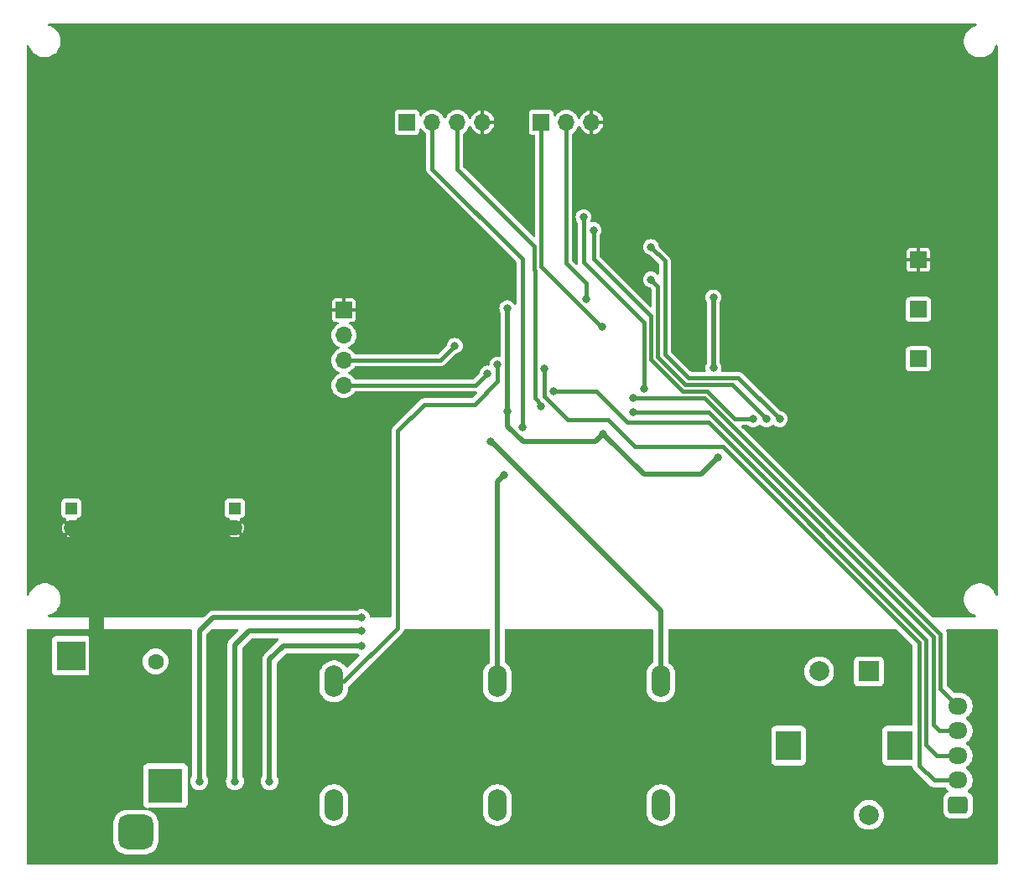
<source format=gbr>
%TF.GenerationSoftware,KiCad,Pcbnew,8.0.4*%
%TF.CreationDate,2024-08-22T00:10:47+03:00*%
%TF.ProjectId,stm32f030k6t6,73746d33-3266-4303-9330-6b3674362e6b,rev?*%
%TF.SameCoordinates,Original*%
%TF.FileFunction,Copper,L2,Bot*%
%TF.FilePolarity,Positive*%
%FSLAX46Y46*%
G04 Gerber Fmt 4.6, Leading zero omitted, Abs format (unit mm)*
G04 Created by KiCad (PCBNEW 8.0.4) date 2024-08-22 00:10:47*
%MOMM*%
%LPD*%
G01*
G04 APERTURE LIST*
G04 Aperture macros list*
%AMRoundRect*
0 Rectangle with rounded corners*
0 $1 Rounding radius*
0 $2 $3 $4 $5 $6 $7 $8 $9 X,Y pos of 4 corners*
0 Add a 4 corners polygon primitive as box body*
4,1,4,$2,$3,$4,$5,$6,$7,$8,$9,$2,$3,0*
0 Add four circle primitives for the rounded corners*
1,1,$1+$1,$2,$3*
1,1,$1+$1,$4,$5*
1,1,$1+$1,$6,$7*
1,1,$1+$1,$8,$9*
0 Add four rect primitives between the rounded corners*
20,1,$1+$1,$2,$3,$4,$5,0*
20,1,$1+$1,$4,$5,$6,$7,0*
20,1,$1+$1,$6,$7,$8,$9,0*
20,1,$1+$1,$8,$9,$2,$3,0*%
G04 Aperture macros list end*
%TA.AperFunction,ComponentPad*%
%ADD10O,1.900000X3.200000*%
%TD*%
%TA.AperFunction,ComponentPad*%
%ADD11R,1.700000X1.700000*%
%TD*%
%TA.AperFunction,ComponentPad*%
%ADD12R,2.000000X2.000000*%
%TD*%
%TA.AperFunction,ComponentPad*%
%ADD13C,2.000000*%
%TD*%
%TA.AperFunction,ComponentPad*%
%ADD14R,2.500000X3.000000*%
%TD*%
%TA.AperFunction,ComponentPad*%
%ADD15O,1.700000X1.700000*%
%TD*%
%TA.AperFunction,ComponentPad*%
%ADD16R,1.200000X1.200000*%
%TD*%
%TA.AperFunction,ComponentPad*%
%ADD17C,1.200000*%
%TD*%
%TA.AperFunction,ComponentPad*%
%ADD18R,3.500000X3.500000*%
%TD*%
%TA.AperFunction,ComponentPad*%
%ADD19RoundRect,0.750000X-0.750000X-1.000000X0.750000X-1.000000X0.750000X1.000000X-0.750000X1.000000X0*%
%TD*%
%TA.AperFunction,ComponentPad*%
%ADD20RoundRect,0.875000X-0.875000X-0.875000X0.875000X-0.875000X0.875000X0.875000X-0.875000X0.875000X0*%
%TD*%
%TA.AperFunction,ComponentPad*%
%ADD21C,1.600000*%
%TD*%
%TA.AperFunction,ComponentPad*%
%ADD22R,3.000000X3.000000*%
%TD*%
%TA.AperFunction,ComponentPad*%
%ADD23C,3.000000*%
%TD*%
%TA.AperFunction,ComponentPad*%
%ADD24RoundRect,0.250000X0.725000X-0.600000X0.725000X0.600000X-0.725000X0.600000X-0.725000X-0.600000X0*%
%TD*%
%TA.AperFunction,ComponentPad*%
%ADD25O,1.950000X1.700000*%
%TD*%
%TA.AperFunction,ViaPad*%
%ADD26C,0.800000*%
%TD*%
%TA.AperFunction,Conductor*%
%ADD27C,1.500000*%
%TD*%
%TA.AperFunction,Conductor*%
%ADD28C,0.500000*%
%TD*%
%TA.AperFunction,Conductor*%
%ADD29C,0.400000*%
%TD*%
G04 APERTURE END LIST*
D10*
%TO.P,SW3,1,1*%
%TO.N,/BTN2*%
X214000000Y-119000000D03*
X214000000Y-106500000D03*
%TO.P,SW3,2,2*%
%TO.N,GND*%
X219000000Y-119000000D03*
X219000000Y-106500000D03*
%TD*%
D11*
%TO.P,TP3,1,1*%
%TO.N,GND*%
X240000000Y-63900000D03*
%TD*%
D12*
%TO.P,SW1,A,A*%
%TO.N,Net-(R2-Pad2)*%
X235000000Y-105500000D03*
D13*
%TO.P,SW1,B,B*%
%TO.N,Net-(R1-Pad2)*%
X230000000Y-105500000D03*
%TO.P,SW1,C,C*%
%TO.N,GND*%
X232500000Y-105500000D03*
D14*
%TO.P,SW1,MP*%
%TO.N,N/C*%
X238100000Y-113000000D03*
X226900000Y-113000000D03*
D13*
%TO.P,SW1,S1,S1*%
%TO.N,/ENC_BTN*%
X235000000Y-120000000D03*
%TO.P,SW1,S2,S2*%
%TO.N,GND*%
X230000000Y-120000000D03*
%TD*%
D11*
%TO.P,J4,1,Pin_1*%
%TO.N,/USART_TX*%
X201920000Y-50000000D03*
D15*
%TO.P,J4,2,Pin_2*%
%TO.N,/USART_RX*%
X204460000Y-50000000D03*
%TO.P,J4,3,Pin_3*%
%TO.N,GND*%
X207000000Y-50000000D03*
%TD*%
D11*
%TO.P,TP1,1,1*%
%TO.N,Net-(U1-PA0)*%
X240000000Y-73900000D03*
%TD*%
D16*
%TO.P,C9,1*%
%TO.N,+3.3V*%
X171000000Y-89000000D03*
D17*
%TO.P,C9,2*%
%TO.N,GND*%
X171000000Y-91000000D03*
%TD*%
D18*
%TO.P,J1,1*%
%TO.N,+12V*%
X164000000Y-117042500D03*
D19*
%TO.P,J1,2*%
%TO.N,GND*%
X158000000Y-117042500D03*
D20*
%TO.P,J1,3*%
%TO.N,N/C*%
X161000000Y-121742500D03*
%TD*%
D21*
%TO.P,C5,1*%
%TO.N,+12V*%
X163000000Y-104500000D03*
%TO.P,C5,2*%
%TO.N,GND*%
X163000000Y-108000000D03*
%TD*%
D16*
%TO.P,C7,1*%
%TO.N,+5V*%
X154500000Y-89000000D03*
D17*
%TO.P,C7,2*%
%TO.N,GND*%
X154500000Y-91000000D03*
%TD*%
D10*
%TO.P,SW2,1,1*%
%TO.N,/BTN1*%
X181000000Y-119000000D03*
X181000000Y-106500000D03*
%TO.P,SW2,2,2*%
%TO.N,GND*%
X186000000Y-119000000D03*
X186000000Y-106500000D03*
%TD*%
%TO.P,SW4,1,1*%
%TO.N,/BTN3*%
X197500000Y-119000000D03*
X197500000Y-106500000D03*
%TO.P,SW4,2,2*%
%TO.N,GND*%
X202500000Y-119000000D03*
X202500000Y-106500000D03*
%TD*%
D22*
%TO.P,J6,1,Pin_1*%
%TO.N,+12V*%
X154500000Y-103920000D03*
D23*
%TO.P,J6,2,Pin_2*%
%TO.N,GND*%
X154500000Y-109000000D03*
%TD*%
D11*
%TO.P,J2,1,Pin_1*%
%TO.N,GND*%
X182000000Y-68980000D03*
D15*
%TO.P,J2,2,Pin_2*%
%TO.N,+5V*%
X182000000Y-71520000D03*
%TO.P,J2,3,Pin_3*%
%TO.N,/I2C_SDA*%
X182000000Y-74060000D03*
%TO.P,J2,4,Pin_4*%
%TO.N,/I2C_SCL*%
X182000000Y-76600000D03*
%TD*%
D11*
%TO.P,TP2,1,1*%
%TO.N,Net-(U1-PA1)*%
X240000000Y-68900000D03*
%TD*%
%TO.P,J3,1,Pin_1*%
%TO.N,/RESET*%
X188380000Y-50000000D03*
D15*
%TO.P,J3,2,Pin_2*%
%TO.N,/SWDIO*%
X190920000Y-50000000D03*
%TO.P,J3,3,Pin_3*%
%TO.N,/SWCLK*%
X193460000Y-50000000D03*
%TO.P,J3,4,Pin_4*%
%TO.N,GND*%
X196000000Y-50000000D03*
%TD*%
D24*
%TO.P,J5,1,Pin_1*%
%TO.N,+12V*%
X244000000Y-119000000D03*
D25*
%TO.P,J5,2,Pin_2*%
%TO.N,/I2C_SCL*%
X244000000Y-116500000D03*
%TO.P,J5,3,Pin_3*%
%TO.N,/I2C_SDA*%
X244000000Y-114000000D03*
%TO.P,J5,4,Pin_4*%
%TO.N,/~{WOE}*%
X244000000Y-111500000D03*
%TO.P,J5,5,Pin_5*%
%TO.N,/WOE*%
X244000000Y-109000000D03*
%TO.P,J5,6,Pin_6*%
%TO.N,GND*%
X244000000Y-106500000D03*
%TD*%
D26*
%TO.N,+3.3V*%
X208200000Y-81500000D03*
X198500000Y-68800000D03*
X219800000Y-83900000D03*
X219300000Y-67700000D03*
X219300000Y-74800000D03*
X198500000Y-79200000D03*
%TO.N,/RESET*%
X212300000Y-76900000D03*
X206200000Y-59600000D03*
%TO.N,Net-(D1-A)*%
X183800000Y-101400000D03*
X171000000Y-116600000D03*
%TO.N,Net-(D2-A)*%
X183800000Y-102900000D03*
X174500000Y-116600000D03*
%TO.N,Net-(D3-A)*%
X183800000Y-100000000D03*
X167400000Y-116600000D03*
%TO.N,/I2C_SDA*%
X203200000Y-77200000D03*
X193200000Y-72600000D03*
%TO.N,/I2C_SCL*%
X202200000Y-74900000D03*
X196500000Y-75400000D03*
%TO.N,/SWCLK*%
X201900000Y-78700000D03*
%TO.N,/SWDIO*%
X200000000Y-80800000D03*
%TO.N,/USART_TX*%
X208100000Y-70700000D03*
%TO.N,/USART_RX*%
X206500000Y-67900000D03*
%TO.N,/WOE*%
X211200000Y-77900000D03*
%TO.N,/~{WOE}*%
X211200000Y-79300000D03*
%TO.N,Net-(R1-Pad2)*%
X213000000Y-65900000D03*
X224672793Y-80000000D03*
%TO.N,Net-(R2-Pad2)*%
X213000000Y-62610000D03*
X226000000Y-80000000D03*
%TO.N,/ENC_BTN*%
X223344975Y-80000000D03*
X207200000Y-60900000D03*
%TO.N,/BTN1*%
X197500000Y-74500000D03*
%TO.N,/BTN2*%
X196800000Y-82285000D03*
%TO.N,/BTN3*%
X198200000Y-85650000D03*
%TD*%
D27*
%TO.N,GND*%
X157050000Y-93550000D02*
X154500000Y-91000000D01*
X154500000Y-109000000D02*
X157050000Y-106450000D01*
X157050000Y-106450000D02*
X157050000Y-93550000D01*
X154500000Y-91000000D02*
X171000000Y-91000000D01*
D28*
%TO.N,+3.3V*%
X198500000Y-80700000D02*
X198500000Y-79200000D01*
X198500000Y-79200000D02*
X198500000Y-68800000D01*
X219300000Y-74800000D02*
X219300000Y-67700000D01*
X212300000Y-85600000D02*
X218100000Y-85600000D01*
X207400000Y-82300000D02*
X208200000Y-81500000D01*
X218100000Y-85600000D02*
X219800000Y-83900000D01*
X200100000Y-82300000D02*
X198500000Y-80700000D01*
X208200000Y-81500000D02*
X212300000Y-85600000D01*
X200100000Y-82300000D02*
X207400000Y-82300000D01*
D29*
%TO.N,/RESET*%
X206200000Y-59600000D02*
X206200000Y-64100000D01*
X206200000Y-64100000D02*
X212300000Y-70200000D01*
X212300000Y-70200000D02*
X212300000Y-76900000D01*
D28*
%TO.N,Net-(D1-A)*%
X183800000Y-101400000D02*
X172400000Y-101400000D01*
X171000000Y-102800000D02*
X171000000Y-116600000D01*
X172400000Y-101400000D02*
X171000000Y-102800000D01*
%TO.N,Net-(D2-A)*%
X175900000Y-102900000D02*
X174500000Y-104300000D01*
X183800000Y-102900000D02*
X175900000Y-102900000D01*
X174500000Y-104300000D02*
X174500000Y-116600000D01*
%TO.N,Net-(D3-A)*%
X183800000Y-100000000D02*
X168800000Y-100000000D01*
X168800000Y-100000000D02*
X167400000Y-101400000D01*
X167400000Y-101400000D02*
X167400000Y-116600000D01*
D29*
%TO.N,/I2C_SDA*%
X182000000Y-74060000D02*
X191740000Y-74060000D01*
X240800000Y-112900000D02*
X241900000Y-114000000D01*
X210600000Y-80300000D02*
X218800000Y-80300000D01*
X191740000Y-74060000D02*
X193200000Y-72600000D01*
X207500000Y-77200000D02*
X210600000Y-80300000D01*
X240800000Y-102300000D02*
X240800000Y-112900000D01*
X241900000Y-114000000D02*
X244000000Y-114000000D01*
X218800000Y-80300000D02*
X240800000Y-102300000D01*
X203200000Y-77200000D02*
X207500000Y-77200000D01*
%TO.N,/I2C_SCL*%
X240100000Y-115000000D02*
X241600000Y-116500000D01*
X204600000Y-80100000D02*
X208700000Y-80100000D01*
X240100000Y-102589950D02*
X240100000Y-115000000D01*
X195300000Y-76600000D02*
X196500000Y-75400000D01*
X211400000Y-82800000D02*
X220310050Y-82800000D01*
X202200000Y-77700000D02*
X204600000Y-80100000D01*
X208700000Y-80100000D02*
X211400000Y-82800000D01*
X220310050Y-82800000D02*
X240100000Y-102589950D01*
X202200000Y-74900000D02*
X202200000Y-77700000D01*
X241600000Y-116500000D02*
X244000000Y-116500000D01*
X182000000Y-76600000D02*
X195300000Y-76600000D01*
%TO.N,/SWCLK*%
X201300000Y-77900000D02*
X201300000Y-64962743D01*
X201220000Y-62520000D02*
X193460000Y-54760000D01*
X201900000Y-78500000D02*
X201300000Y-77900000D01*
X201300000Y-64962743D02*
X201220000Y-64882743D01*
X193460000Y-54760000D02*
X193460000Y-50000000D01*
X201220000Y-64882743D02*
X201220000Y-62520000D01*
X201900000Y-78700000D02*
X201900000Y-78500000D01*
%TO.N,/SWDIO*%
X200000000Y-63800000D02*
X190920000Y-54720000D01*
X190920000Y-54720000D02*
X190920000Y-50000000D01*
X200000000Y-80800000D02*
X200000000Y-63800000D01*
%TO.N,/USART_TX*%
X208027207Y-70700000D02*
X201920000Y-64592793D01*
X201920000Y-64592793D02*
X201920000Y-50000000D01*
X208100000Y-70700000D02*
X208027207Y-70700000D01*
%TO.N,/USART_RX*%
X206500000Y-66300000D02*
X204460000Y-64260000D01*
X204460000Y-64260000D02*
X204460000Y-50000000D01*
X206500000Y-67900000D02*
X206500000Y-66300000D01*
%TO.N,/WOE*%
X244000000Y-109000000D02*
X242200000Y-107200000D01*
X242200000Y-107200000D02*
X242200000Y-101700000D01*
X218400000Y-77900000D02*
X211200000Y-77900000D01*
X242200000Y-101700000D02*
X218400000Y-77900000D01*
%TO.N,/~{WOE}*%
X241500000Y-108600000D02*
X241500000Y-103600000D01*
X218810050Y-79300000D02*
X211200000Y-79300000D01*
X242100000Y-111500000D02*
X241500000Y-110900000D01*
X241500000Y-110900000D02*
X241500000Y-108600000D01*
X244000000Y-111500000D02*
X242100000Y-111500000D01*
X222855025Y-83344975D02*
X218810050Y-79300000D01*
X241500000Y-103600000D02*
X241500000Y-101989950D01*
X241500000Y-101989950D02*
X222855025Y-83344975D01*
%TO.N,Net-(R1-Pad2)*%
X213700000Y-66600000D02*
X213000000Y-65900000D01*
X224672793Y-80000000D02*
X221172793Y-76500000D01*
X221172793Y-76500000D02*
X216489950Y-76500000D01*
X216489950Y-76500000D02*
X213700000Y-73710050D01*
X213700000Y-73710050D02*
X213700000Y-66600000D01*
%TO.N,Net-(R2-Pad2)*%
X216779900Y-75800000D02*
X214400000Y-73420100D01*
X214400000Y-64010000D02*
X213000000Y-62610000D01*
X221800000Y-75800000D02*
X216779900Y-75800000D01*
X226000000Y-80000000D02*
X221800000Y-75800000D01*
X214400000Y-73420100D02*
X214400000Y-64010000D01*
%TO.N,/ENC_BTN*%
X213000000Y-69600000D02*
X207200000Y-63800000D01*
X216200000Y-77200000D02*
X213000000Y-74000000D01*
X223344975Y-80000000D02*
X221489950Y-80000000D01*
X213000000Y-74000000D02*
X213000000Y-69600000D01*
X218689950Y-77200000D02*
X216200000Y-77200000D01*
X221489950Y-80000000D02*
X218689950Y-77200000D01*
X207200000Y-63800000D02*
X207200000Y-60900000D01*
%TO.N,/BTN1*%
X197500000Y-76200000D02*
X195200000Y-78500000D01*
X195200000Y-78500000D02*
X190100000Y-78500000D01*
X197500000Y-76200000D02*
X197500000Y-74500000D01*
X190100000Y-78500000D02*
X187400000Y-81200000D01*
X187400000Y-101100000D02*
X182000000Y-106500000D01*
X182000000Y-106500000D02*
X181000000Y-106500000D01*
X187400000Y-81200000D02*
X187400000Y-101100000D01*
D28*
%TO.N,/BTN2*%
X196885000Y-82285000D02*
X214000000Y-99400000D01*
X214000000Y-99400000D02*
X214000000Y-106500000D01*
X196800000Y-82285000D02*
X196885000Y-82285000D01*
%TO.N,/BTN3*%
X197500000Y-86350000D02*
X197500000Y-106500000D01*
X198200000Y-85650000D02*
X197500000Y-86350000D01*
%TD*%
%TA.AperFunction,Conductor*%
%TO.N,GND*%
G36*
X245852054Y-40019685D02*
G01*
X245897809Y-40072489D01*
X245907753Y-40141647D01*
X245878728Y-40205203D01*
X245823334Y-40241931D01*
X245581307Y-40320570D01*
X245355268Y-40435745D01*
X245150036Y-40584852D01*
X244970638Y-40764250D01*
X244821531Y-40969482D01*
X244706356Y-41195521D01*
X244627960Y-41436800D01*
X244588274Y-41687368D01*
X244588274Y-41941059D01*
X244627960Y-42191627D01*
X244706356Y-42432906D01*
X244821531Y-42658945D01*
X244970638Y-42864177D01*
X245150036Y-43043575D01*
X245335704Y-43178468D01*
X245355272Y-43192685D01*
X245499301Y-43266072D01*
X245581307Y-43307857D01*
X245581309Y-43307857D01*
X245581312Y-43307859D01*
X245822587Y-43386254D01*
X246073154Y-43425940D01*
X246326845Y-43425940D01*
X246326846Y-43425940D01*
X246577413Y-43386254D01*
X246818688Y-43307859D01*
X247044728Y-43192685D01*
X247159960Y-43108964D01*
X247249963Y-43043575D01*
X247249965Y-43043572D01*
X247249969Y-43043570D01*
X247429356Y-42864183D01*
X247429358Y-42864179D01*
X247429361Y-42864177D01*
X247494750Y-42774174D01*
X247578471Y-42658942D01*
X247693645Y-42432902D01*
X247758069Y-42234626D01*
X247797507Y-42176950D01*
X247861865Y-42149752D01*
X247930712Y-42161667D01*
X247982187Y-42208911D01*
X248000000Y-42272944D01*
X248000000Y-97755483D01*
X247980315Y-97822522D01*
X247927511Y-97868277D01*
X247858353Y-97878221D01*
X247794797Y-97849196D01*
X247758069Y-97793802D01*
X247693643Y-97595521D01*
X247651858Y-97513515D01*
X247578471Y-97369486D01*
X247568141Y-97355268D01*
X247429361Y-97164250D01*
X247249963Y-96984852D01*
X247044731Y-96835745D01*
X247044730Y-96835744D01*
X247044728Y-96835743D01*
X246974141Y-96799776D01*
X246818692Y-96720570D01*
X246577413Y-96642174D01*
X246326846Y-96602488D01*
X246326845Y-96602488D01*
X246073155Y-96602488D01*
X246073154Y-96602488D01*
X245947870Y-96622331D01*
X245822586Y-96642174D01*
X245581307Y-96720570D01*
X245355268Y-96835745D01*
X245150036Y-96984852D01*
X244970638Y-97164250D01*
X244821531Y-97369482D01*
X244706356Y-97595521D01*
X244627960Y-97836800D01*
X244588274Y-98087368D01*
X244588274Y-98341059D01*
X244627960Y-98591627D01*
X244706356Y-98832906D01*
X244821531Y-99058945D01*
X244970638Y-99264177D01*
X245150036Y-99443575D01*
X245335704Y-99578468D01*
X245355272Y-99592685D01*
X245581312Y-99707859D01*
X245715076Y-99751321D01*
X245735842Y-99758069D01*
X245793518Y-99797507D01*
X245820716Y-99861865D01*
X245808801Y-99930712D01*
X245761557Y-99982187D01*
X245697524Y-100000000D01*
X241400598Y-100000000D01*
X241333559Y-99980315D01*
X241312917Y-99963681D01*
X222161416Y-80812181D01*
X222127931Y-80750858D01*
X222132915Y-80681166D01*
X222174787Y-80625233D01*
X222240251Y-80600816D01*
X222249097Y-80600500D01*
X222762563Y-80600500D01*
X222829602Y-80620185D01*
X222839878Y-80627555D01*
X222842711Y-80629814D01*
X222842713Y-80629816D01*
X222995453Y-80725789D01*
X223096075Y-80760998D01*
X223165720Y-80785368D01*
X223165725Y-80785369D01*
X223344971Y-80805565D01*
X223344975Y-80805565D01*
X223344979Y-80805565D01*
X223524224Y-80785369D01*
X223524227Y-80785368D01*
X223524230Y-80785368D01*
X223694497Y-80725789D01*
X223847237Y-80629816D01*
X223921203Y-80555850D01*
X223982526Y-80522365D01*
X224052218Y-80527349D01*
X224096565Y-80555850D01*
X224170531Y-80629816D01*
X224232435Y-80668713D01*
X224305514Y-80714632D01*
X224323271Y-80725789D01*
X224423893Y-80760998D01*
X224493538Y-80785368D01*
X224493543Y-80785369D01*
X224672789Y-80805565D01*
X224672793Y-80805565D01*
X224672797Y-80805565D01*
X224852042Y-80785369D01*
X224852045Y-80785368D01*
X224852048Y-80785368D01*
X225022315Y-80725789D01*
X225175055Y-80629816D01*
X225248718Y-80556152D01*
X225310037Y-80522670D01*
X225379729Y-80527654D01*
X225424077Y-80556155D01*
X225497738Y-80629816D01*
X225559642Y-80668713D01*
X225632721Y-80714632D01*
X225650478Y-80725789D01*
X225751100Y-80760998D01*
X225820745Y-80785368D01*
X225820750Y-80785369D01*
X225999996Y-80805565D01*
X226000000Y-80805565D01*
X226000004Y-80805565D01*
X226179249Y-80785369D01*
X226179252Y-80785368D01*
X226179255Y-80785368D01*
X226349522Y-80725789D01*
X226502262Y-80629816D01*
X226629816Y-80502262D01*
X226725789Y-80349522D01*
X226785368Y-80179255D01*
X226805565Y-80000000D01*
X226785368Y-79820745D01*
X226725789Y-79650478D01*
X226629816Y-79497738D01*
X226502262Y-79370184D01*
X226409230Y-79311728D01*
X226349521Y-79274210D01*
X226179249Y-79214630D01*
X226092330Y-79204837D01*
X226027916Y-79177770D01*
X226018533Y-79169298D01*
X222287590Y-75438355D01*
X222287588Y-75438352D01*
X222168717Y-75319481D01*
X222168716Y-75319480D01*
X222081904Y-75269360D01*
X222081904Y-75269359D01*
X222081900Y-75269358D01*
X222031785Y-75240423D01*
X221879057Y-75199499D01*
X221720943Y-75199499D01*
X221713347Y-75199499D01*
X221713331Y-75199500D01*
X220183063Y-75199500D01*
X220116024Y-75179815D01*
X220070269Y-75127011D01*
X220060325Y-75057853D01*
X220066022Y-75034545D01*
X220085366Y-74979262D01*
X220085369Y-74979249D01*
X220105565Y-74800003D01*
X220105565Y-74799996D01*
X220085369Y-74620750D01*
X220085366Y-74620737D01*
X220025790Y-74450481D01*
X220025789Y-74450478D01*
X220004008Y-74415814D01*
X219969506Y-74360903D01*
X219950500Y-74294931D01*
X219950500Y-73018475D01*
X238749500Y-73018475D01*
X238749500Y-74781517D01*
X238752428Y-74800003D01*
X238764354Y-74875304D01*
X238821950Y-74988342D01*
X238821952Y-74988344D01*
X238821954Y-74988347D01*
X238911652Y-75078045D01*
X238911654Y-75078046D01*
X238911658Y-75078050D01*
X239007749Y-75127011D01*
X239024698Y-75135647D01*
X239118475Y-75150499D01*
X239118481Y-75150500D01*
X240881518Y-75150499D01*
X240975304Y-75135646D01*
X241088342Y-75078050D01*
X241178050Y-74988342D01*
X241235646Y-74875304D01*
X241235646Y-74875302D01*
X241235647Y-74875301D01*
X241247573Y-74800000D01*
X241250500Y-74781519D01*
X241250499Y-73018482D01*
X241235646Y-72924696D01*
X241178050Y-72811658D01*
X241178046Y-72811654D01*
X241178045Y-72811652D01*
X241088347Y-72721954D01*
X241088344Y-72721952D01*
X241088342Y-72721950D01*
X241001336Y-72677618D01*
X240975301Y-72664352D01*
X240881524Y-72649500D01*
X239118482Y-72649500D01*
X239037519Y-72662323D01*
X239024696Y-72664354D01*
X238911658Y-72721950D01*
X238911657Y-72721951D01*
X238911652Y-72721954D01*
X238821954Y-72811652D01*
X238821951Y-72811657D01*
X238764352Y-72924698D01*
X238749500Y-73018475D01*
X219950500Y-73018475D01*
X219950500Y-68205067D01*
X219969507Y-68139094D01*
X220025788Y-68049524D01*
X220036650Y-68018482D01*
X220036652Y-68018475D01*
X238749500Y-68018475D01*
X238749500Y-69781517D01*
X238760292Y-69849657D01*
X238764354Y-69875304D01*
X238821950Y-69988342D01*
X238821952Y-69988344D01*
X238821954Y-69988347D01*
X238911652Y-70078045D01*
X238911654Y-70078046D01*
X238911658Y-70078050D01*
X238991603Y-70118784D01*
X239024698Y-70135647D01*
X239118475Y-70150499D01*
X239118481Y-70150500D01*
X240881518Y-70150499D01*
X240975304Y-70135646D01*
X241088342Y-70078050D01*
X241178050Y-69988342D01*
X241235646Y-69875304D01*
X241235646Y-69875302D01*
X241235647Y-69875301D01*
X241250499Y-69781524D01*
X241250500Y-69781519D01*
X241250499Y-68018482D01*
X241235646Y-67924696D01*
X241178050Y-67811658D01*
X241178046Y-67811654D01*
X241178045Y-67811652D01*
X241088347Y-67721954D01*
X241088344Y-67721952D01*
X241088342Y-67721950D01*
X241011517Y-67682805D01*
X240975301Y-67664352D01*
X240881524Y-67649500D01*
X239118482Y-67649500D01*
X239037519Y-67662323D01*
X239024696Y-67664354D01*
X238911658Y-67721950D01*
X238911657Y-67721951D01*
X238911652Y-67721954D01*
X238821954Y-67811652D01*
X238821951Y-67811657D01*
X238821950Y-67811658D01*
X238806890Y-67841215D01*
X238764352Y-67924698D01*
X238749500Y-68018475D01*
X220036652Y-68018475D01*
X220085368Y-67879255D01*
X220089654Y-67841215D01*
X220105565Y-67700003D01*
X220105565Y-67699996D01*
X220085369Y-67520750D01*
X220085368Y-67520745D01*
X220042326Y-67397738D01*
X220025789Y-67350478D01*
X219929816Y-67197738D01*
X219802262Y-67070184D01*
X219649523Y-66974211D01*
X219479254Y-66914631D01*
X219479249Y-66914630D01*
X219300004Y-66894435D01*
X219299996Y-66894435D01*
X219120750Y-66914630D01*
X219120745Y-66914631D01*
X218950476Y-66974211D01*
X218797737Y-67070184D01*
X218670184Y-67197737D01*
X218574211Y-67350476D01*
X218514631Y-67520745D01*
X218514630Y-67520750D01*
X218494435Y-67699996D01*
X218494435Y-67700003D01*
X218514630Y-67879249D01*
X218514631Y-67879254D01*
X218574211Y-68049524D01*
X218630493Y-68139094D01*
X218649500Y-68205067D01*
X218649500Y-74294931D01*
X218630494Y-74360903D01*
X218574211Y-74450477D01*
X218574209Y-74450481D01*
X218514633Y-74620737D01*
X218514630Y-74620750D01*
X218494435Y-74799996D01*
X218494435Y-74800003D01*
X218514630Y-74979249D01*
X218514633Y-74979262D01*
X218533978Y-75034545D01*
X218537540Y-75104324D01*
X218502812Y-75164951D01*
X218440818Y-75197179D01*
X218416937Y-75199500D01*
X217079997Y-75199500D01*
X217012958Y-75179815D01*
X216992316Y-75163181D01*
X215036819Y-73207684D01*
X215003334Y-73146361D01*
X215000500Y-73120003D01*
X215000500Y-64099059D01*
X215000501Y-64099046D01*
X215000501Y-63930945D01*
X215000501Y-63930943D01*
X214959577Y-63778215D01*
X214926511Y-63720943D01*
X214918465Y-63707007D01*
X214880522Y-63641287D01*
X214880521Y-63641286D01*
X214880520Y-63641284D01*
X214768716Y-63529480D01*
X214768715Y-63529479D01*
X214764385Y-63525149D01*
X214764374Y-63525139D01*
X214256015Y-63016780D01*
X238800000Y-63016780D01*
X238800000Y-63725000D01*
X239529254Y-63725000D01*
X239500000Y-63834174D01*
X239500000Y-63965826D01*
X239529254Y-64075000D01*
X238800001Y-64075000D01*
X238800001Y-64783217D01*
X238809912Y-64851249D01*
X238861215Y-64956191D01*
X238943811Y-65038787D01*
X239048748Y-65090087D01*
X239048751Y-65090088D01*
X239116780Y-65099999D01*
X239824999Y-65099999D01*
X239825000Y-65099998D01*
X239825000Y-64370746D01*
X239934174Y-64400000D01*
X240065826Y-64400000D01*
X240175000Y-64370746D01*
X240175000Y-65099999D01*
X240883218Y-65099999D01*
X240951249Y-65090087D01*
X241056191Y-65038784D01*
X241138787Y-64956188D01*
X241190087Y-64851251D01*
X241190088Y-64851248D01*
X241200000Y-64783219D01*
X241200000Y-64075000D01*
X240470746Y-64075000D01*
X240500000Y-63965826D01*
X240500000Y-63834174D01*
X240470746Y-63725000D01*
X241199999Y-63725000D01*
X241199999Y-63016782D01*
X241190087Y-62948750D01*
X241138784Y-62843808D01*
X241056188Y-62761212D01*
X240951251Y-62709912D01*
X240951248Y-62709911D01*
X240883220Y-62700000D01*
X240175000Y-62700000D01*
X240175000Y-63429253D01*
X240065826Y-63400000D01*
X239934174Y-63400000D01*
X239825000Y-63429253D01*
X239825000Y-62700000D01*
X239116782Y-62700000D01*
X239048750Y-62709912D01*
X238943808Y-62761215D01*
X238861212Y-62843811D01*
X238809912Y-62948748D01*
X238809911Y-62948751D01*
X238800000Y-63016780D01*
X214256015Y-63016780D01*
X213830700Y-62591465D01*
X213797215Y-62530142D01*
X213795163Y-62517686D01*
X213785368Y-62430745D01*
X213725789Y-62260478D01*
X213629816Y-62107738D01*
X213502262Y-61980184D01*
X213349523Y-61884211D01*
X213179254Y-61824631D01*
X213179249Y-61824630D01*
X213000004Y-61804435D01*
X212999996Y-61804435D01*
X212820750Y-61824630D01*
X212820745Y-61824631D01*
X212650476Y-61884211D01*
X212497737Y-61980184D01*
X212370184Y-62107737D01*
X212274211Y-62260476D01*
X212214631Y-62430745D01*
X212214630Y-62430750D01*
X212194435Y-62609996D01*
X212194435Y-62610003D01*
X212214630Y-62789249D01*
X212214631Y-62789254D01*
X212274211Y-62959523D01*
X212370184Y-63112262D01*
X212497738Y-63239816D01*
X212650478Y-63335789D01*
X212820745Y-63395368D01*
X212907669Y-63405161D01*
X212972080Y-63432226D01*
X212981465Y-63440700D01*
X213763181Y-64222416D01*
X213796666Y-64283739D01*
X213799500Y-64310097D01*
X213799500Y-65268060D01*
X213779815Y-65335099D01*
X213727011Y-65380854D01*
X213657853Y-65390798D01*
X213594297Y-65361773D01*
X213587819Y-65355741D01*
X213502262Y-65270184D01*
X213349523Y-65174211D01*
X213179254Y-65114631D01*
X213179249Y-65114630D01*
X213000004Y-65094435D01*
X212999996Y-65094435D01*
X212820750Y-65114630D01*
X212820745Y-65114631D01*
X212650476Y-65174211D01*
X212497737Y-65270184D01*
X212370184Y-65397737D01*
X212274211Y-65550476D01*
X212214631Y-65720745D01*
X212214630Y-65720750D01*
X212194435Y-65899996D01*
X212194435Y-65900003D01*
X212214630Y-66079249D01*
X212214631Y-66079254D01*
X212274211Y-66249523D01*
X212355604Y-66379058D01*
X212370184Y-66402262D01*
X212497738Y-66529816D01*
X212650478Y-66625789D01*
X212820745Y-66685368D01*
X212907669Y-66695161D01*
X212972080Y-66722226D01*
X212981465Y-66730700D01*
X213063181Y-66812416D01*
X213096666Y-66873739D01*
X213099500Y-66900097D01*
X213099500Y-68550902D01*
X213079815Y-68617941D01*
X213027011Y-68663696D01*
X212957853Y-68673640D01*
X212894297Y-68644615D01*
X212887819Y-68638583D01*
X207836819Y-63587583D01*
X207803334Y-63526260D01*
X207800500Y-63499902D01*
X207800500Y-61482412D01*
X207820185Y-61415373D01*
X207827555Y-61405097D01*
X207829810Y-61402267D01*
X207829816Y-61402262D01*
X207925789Y-61249522D01*
X207985368Y-61079255D01*
X208005565Y-60900000D01*
X207985368Y-60720745D01*
X207925789Y-60550478D01*
X207829816Y-60397738D01*
X207702262Y-60270184D01*
X207599500Y-60205614D01*
X207549523Y-60174211D01*
X207379254Y-60114631D01*
X207379249Y-60114630D01*
X207200004Y-60094435D01*
X207199996Y-60094435D01*
X207057849Y-60110450D01*
X206989027Y-60098395D01*
X206937648Y-60051046D01*
X206920024Y-59983435D01*
X206926925Y-59946275D01*
X206985366Y-59779262D01*
X206985369Y-59779249D01*
X207005565Y-59600003D01*
X207005565Y-59599996D01*
X206985369Y-59420750D01*
X206985368Y-59420745D01*
X206925788Y-59250476D01*
X206829815Y-59097737D01*
X206702262Y-58970184D01*
X206549523Y-58874211D01*
X206379254Y-58814631D01*
X206379249Y-58814630D01*
X206200004Y-58794435D01*
X206199996Y-58794435D01*
X206020750Y-58814630D01*
X206020745Y-58814631D01*
X205850476Y-58874211D01*
X205697737Y-58970184D01*
X205570184Y-59097737D01*
X205474211Y-59250476D01*
X205414631Y-59420745D01*
X205414630Y-59420750D01*
X205394435Y-59599996D01*
X205394435Y-59600003D01*
X205414630Y-59779249D01*
X205414631Y-59779254D01*
X205474211Y-59949523D01*
X205495520Y-59983435D01*
X205567754Y-60098395D01*
X205570185Y-60102263D01*
X205572445Y-60105097D01*
X205573334Y-60107275D01*
X205573889Y-60108158D01*
X205573734Y-60108255D01*
X205598855Y-60169783D01*
X205599500Y-60182412D01*
X205599500Y-64013330D01*
X205599499Y-64013348D01*
X205599499Y-64179057D01*
X205615595Y-64239129D01*
X205613932Y-64308979D01*
X205574769Y-64366842D01*
X205510540Y-64394345D01*
X205441638Y-64382758D01*
X205408139Y-64358903D01*
X205096819Y-64047583D01*
X205063334Y-63986260D01*
X205060500Y-63959902D01*
X205060500Y-51170655D01*
X205080185Y-51103616D01*
X205113373Y-51069082D01*
X205266877Y-50961598D01*
X205421598Y-50806877D01*
X205547102Y-50627639D01*
X205639575Y-50429330D01*
X205639577Y-50429322D01*
X205640461Y-50426896D01*
X205641139Y-50425974D01*
X205641863Y-50424423D01*
X205642174Y-50424568D01*
X205681890Y-50370634D01*
X205747160Y-50345702D01*
X205815548Y-50360015D01*
X205865341Y-50409029D01*
X205874042Y-50430050D01*
X205874168Y-50430002D01*
X205876239Y-50435348D01*
X205975368Y-50634425D01*
X206109391Y-50811900D01*
X206273738Y-50961721D01*
X206462820Y-51078797D01*
X206462822Y-51078798D01*
X206670195Y-51159134D01*
X206825000Y-51188072D01*
X206825000Y-50470746D01*
X206934174Y-50500000D01*
X207065826Y-50500000D01*
X207175000Y-50470746D01*
X207175000Y-51188072D01*
X207329804Y-51159134D01*
X207537177Y-51078798D01*
X207537179Y-51078797D01*
X207726261Y-50961721D01*
X207890608Y-50811900D01*
X208024631Y-50634425D01*
X208123759Y-50435350D01*
X208184621Y-50221439D01*
X208188924Y-50175000D01*
X207470746Y-50175000D01*
X207500000Y-50065826D01*
X207500000Y-49934174D01*
X207470746Y-49825000D01*
X208188925Y-49825000D01*
X208188924Y-49824999D01*
X208184621Y-49778560D01*
X208123759Y-49564649D01*
X208024631Y-49365574D01*
X207890608Y-49188099D01*
X207726261Y-49038278D01*
X207537179Y-48921202D01*
X207537177Y-48921201D01*
X207329800Y-48840864D01*
X207329801Y-48840864D01*
X207175000Y-48811926D01*
X207175000Y-49529253D01*
X207065826Y-49500000D01*
X206934174Y-49500000D01*
X206825000Y-49529253D01*
X206825000Y-48811926D01*
X206670199Y-48840864D01*
X206462822Y-48921201D01*
X206462820Y-48921202D01*
X206273738Y-49038278D01*
X206109391Y-49188099D01*
X205975368Y-49365574D01*
X205876239Y-49564651D01*
X205874168Y-49569998D01*
X205873114Y-49569589D01*
X205838964Y-49623718D01*
X205775654Y-49653273D01*
X205706414Y-49643908D01*
X205653230Y-49598596D01*
X205640463Y-49573108D01*
X205639577Y-49570675D01*
X205639575Y-49570670D01*
X205547102Y-49372362D01*
X205547100Y-49372359D01*
X205547099Y-49372357D01*
X205421599Y-49193124D01*
X205346950Y-49118475D01*
X205266877Y-49038402D01*
X205128978Y-48941844D01*
X205087638Y-48912897D01*
X204988484Y-48866661D01*
X204889330Y-48820425D01*
X204889326Y-48820424D01*
X204889322Y-48820422D01*
X204677977Y-48763793D01*
X204460002Y-48744723D01*
X204459998Y-48744723D01*
X204314682Y-48757436D01*
X204242023Y-48763793D01*
X204242020Y-48763793D01*
X204030677Y-48820422D01*
X204030670Y-48820424D01*
X204030670Y-48820425D01*
X204027391Y-48821954D01*
X203832361Y-48912898D01*
X203832357Y-48912900D01*
X203653121Y-49038402D01*
X203498402Y-49193121D01*
X203396074Y-49339262D01*
X203341497Y-49382887D01*
X203271999Y-49390081D01*
X203209644Y-49358558D01*
X203174230Y-49298328D01*
X203170499Y-49268139D01*
X203170499Y-49118482D01*
X203170498Y-49118475D01*
X203155646Y-49024696D01*
X203098050Y-48911658D01*
X203098046Y-48911654D01*
X203098045Y-48911652D01*
X203008347Y-48821954D01*
X203008344Y-48821952D01*
X203008342Y-48821950D01*
X202931517Y-48782805D01*
X202895301Y-48764352D01*
X202801524Y-48749500D01*
X201038482Y-48749500D01*
X200957519Y-48762323D01*
X200944696Y-48764354D01*
X200831658Y-48821950D01*
X200831657Y-48821951D01*
X200831652Y-48821954D01*
X200741954Y-48911652D01*
X200741951Y-48911657D01*
X200741950Y-48911658D01*
X200737088Y-48921201D01*
X200684352Y-49024698D01*
X200669500Y-49118475D01*
X200669500Y-50881517D01*
X200680292Y-50949657D01*
X200684354Y-50975304D01*
X200741950Y-51088342D01*
X200741952Y-51088344D01*
X200741954Y-51088347D01*
X200831652Y-51178045D01*
X200831654Y-51178046D01*
X200831658Y-51178050D01*
X200944694Y-51235645D01*
X200944698Y-51235647D01*
X201038475Y-51250499D01*
X201038481Y-51250500D01*
X201195500Y-51250499D01*
X201262539Y-51270183D01*
X201308294Y-51322987D01*
X201319500Y-51374499D01*
X201319500Y-61470903D01*
X201299815Y-61537942D01*
X201247011Y-61583697D01*
X201177853Y-61593641D01*
X201114297Y-61564616D01*
X201107819Y-61558584D01*
X194096819Y-54547584D01*
X194063334Y-54486261D01*
X194060500Y-54459903D01*
X194060500Y-51170655D01*
X194080185Y-51103616D01*
X194113373Y-51069082D01*
X194266877Y-50961598D01*
X194421598Y-50806877D01*
X194547102Y-50627639D01*
X194639575Y-50429330D01*
X194639577Y-50429322D01*
X194640461Y-50426896D01*
X194641139Y-50425974D01*
X194641863Y-50424423D01*
X194642174Y-50424568D01*
X194681890Y-50370634D01*
X194747160Y-50345702D01*
X194815548Y-50360015D01*
X194865341Y-50409029D01*
X194874042Y-50430050D01*
X194874168Y-50430002D01*
X194876239Y-50435348D01*
X194975368Y-50634425D01*
X195109391Y-50811900D01*
X195273738Y-50961721D01*
X195462820Y-51078797D01*
X195462822Y-51078798D01*
X195670195Y-51159134D01*
X195825000Y-51188072D01*
X195825000Y-50470746D01*
X195934174Y-50500000D01*
X196065826Y-50500000D01*
X196175000Y-50470746D01*
X196175000Y-51188072D01*
X196329804Y-51159134D01*
X196537177Y-51078798D01*
X196537179Y-51078797D01*
X196726261Y-50961721D01*
X196890608Y-50811900D01*
X197024631Y-50634425D01*
X197123759Y-50435350D01*
X197184621Y-50221439D01*
X197188924Y-50175000D01*
X196470746Y-50175000D01*
X196500000Y-50065826D01*
X196500000Y-49934174D01*
X196470746Y-49825000D01*
X197188925Y-49825000D01*
X197188924Y-49824999D01*
X197184621Y-49778560D01*
X197123759Y-49564649D01*
X197024631Y-49365574D01*
X196890608Y-49188099D01*
X196726261Y-49038278D01*
X196537179Y-48921202D01*
X196537177Y-48921201D01*
X196329800Y-48840864D01*
X196329801Y-48840864D01*
X196175000Y-48811926D01*
X196175000Y-49529253D01*
X196065826Y-49500000D01*
X195934174Y-49500000D01*
X195825000Y-49529253D01*
X195825000Y-48811926D01*
X195670199Y-48840864D01*
X195462822Y-48921201D01*
X195462820Y-48921202D01*
X195273738Y-49038278D01*
X195109391Y-49188099D01*
X194975368Y-49365574D01*
X194876239Y-49564651D01*
X194874168Y-49569998D01*
X194873114Y-49569589D01*
X194838964Y-49623718D01*
X194775654Y-49653273D01*
X194706414Y-49643908D01*
X194653230Y-49598596D01*
X194640463Y-49573108D01*
X194639577Y-49570675D01*
X194639575Y-49570670D01*
X194547102Y-49372362D01*
X194547100Y-49372359D01*
X194547099Y-49372357D01*
X194421599Y-49193124D01*
X194346950Y-49118475D01*
X194266877Y-49038402D01*
X194128978Y-48941844D01*
X194087638Y-48912897D01*
X193988484Y-48866661D01*
X193889330Y-48820425D01*
X193889326Y-48820424D01*
X193889322Y-48820422D01*
X193677977Y-48763793D01*
X193460002Y-48744723D01*
X193459998Y-48744723D01*
X193314682Y-48757436D01*
X193242023Y-48763793D01*
X193242020Y-48763793D01*
X193030677Y-48820422D01*
X193030670Y-48820424D01*
X193030670Y-48820425D01*
X193027391Y-48821954D01*
X192832361Y-48912898D01*
X192832357Y-48912900D01*
X192653121Y-49038402D01*
X192498402Y-49193121D01*
X192372900Y-49372357D01*
X192372898Y-49372361D01*
X192302382Y-49523583D01*
X192256209Y-49576022D01*
X192189016Y-49595174D01*
X192122135Y-49574958D01*
X192077618Y-49523583D01*
X192063118Y-49492488D01*
X192007102Y-49372362D01*
X192007100Y-49372359D01*
X192007099Y-49372357D01*
X191881599Y-49193124D01*
X191806950Y-49118475D01*
X191726877Y-49038402D01*
X191588978Y-48941844D01*
X191547638Y-48912897D01*
X191448484Y-48866661D01*
X191349330Y-48820425D01*
X191349326Y-48820424D01*
X191349322Y-48820422D01*
X191137977Y-48763793D01*
X190920002Y-48744723D01*
X190919998Y-48744723D01*
X190774682Y-48757436D01*
X190702023Y-48763793D01*
X190702020Y-48763793D01*
X190490677Y-48820422D01*
X190490670Y-48820424D01*
X190490670Y-48820425D01*
X190487391Y-48821954D01*
X190292361Y-48912898D01*
X190292357Y-48912900D01*
X190113121Y-49038402D01*
X189958402Y-49193121D01*
X189856074Y-49339262D01*
X189801497Y-49382887D01*
X189731999Y-49390081D01*
X189669644Y-49358558D01*
X189634230Y-49298328D01*
X189630499Y-49268139D01*
X189630499Y-49118482D01*
X189630498Y-49118475D01*
X189615646Y-49024696D01*
X189558050Y-48911658D01*
X189558046Y-48911654D01*
X189558045Y-48911652D01*
X189468347Y-48821954D01*
X189468344Y-48821952D01*
X189468342Y-48821950D01*
X189391517Y-48782805D01*
X189355301Y-48764352D01*
X189261524Y-48749500D01*
X187498482Y-48749500D01*
X187417519Y-48762323D01*
X187404696Y-48764354D01*
X187291658Y-48821950D01*
X187291657Y-48821951D01*
X187291652Y-48821954D01*
X187201954Y-48911652D01*
X187201951Y-48911657D01*
X187201950Y-48911658D01*
X187197088Y-48921201D01*
X187144352Y-49024698D01*
X187129500Y-49118475D01*
X187129500Y-50881517D01*
X187140292Y-50949657D01*
X187144354Y-50975304D01*
X187201950Y-51088342D01*
X187201952Y-51088344D01*
X187201954Y-51088347D01*
X187291652Y-51178045D01*
X187291654Y-51178046D01*
X187291658Y-51178050D01*
X187404694Y-51235645D01*
X187404698Y-51235647D01*
X187498475Y-51250499D01*
X187498481Y-51250500D01*
X189261518Y-51250499D01*
X189355304Y-51235646D01*
X189468342Y-51178050D01*
X189558050Y-51088342D01*
X189615646Y-50975304D01*
X189615646Y-50975302D01*
X189615647Y-50975301D01*
X189630499Y-50881524D01*
X189630500Y-50881519D01*
X189630499Y-50731859D01*
X189650183Y-50664823D01*
X189702987Y-50619068D01*
X189772145Y-50609124D01*
X189835701Y-50638149D01*
X189856073Y-50660738D01*
X189958402Y-50806877D01*
X190113123Y-50961598D01*
X190266625Y-51069081D01*
X190310249Y-51123657D01*
X190319500Y-51170655D01*
X190319500Y-54633330D01*
X190319499Y-54633348D01*
X190319499Y-54799054D01*
X190319498Y-54799054D01*
X190319499Y-54799057D01*
X190360423Y-54951785D01*
X190383517Y-54991784D01*
X190420825Y-55056405D01*
X190439479Y-55088715D01*
X190558349Y-55207585D01*
X190558355Y-55207590D01*
X199363181Y-64012416D01*
X199396666Y-64073739D01*
X199399500Y-64100097D01*
X199399500Y-68296523D01*
X199379815Y-68363562D01*
X199327011Y-68409317D01*
X199257853Y-68419261D01*
X199194297Y-68390236D01*
X199170507Y-68362496D01*
X199129817Y-68297739D01*
X199002262Y-68170184D01*
X198849523Y-68074211D01*
X198679254Y-68014631D01*
X198679249Y-68014630D01*
X198500004Y-67994435D01*
X198499996Y-67994435D01*
X198320750Y-68014630D01*
X198320745Y-68014631D01*
X198150476Y-68074211D01*
X197997737Y-68170184D01*
X197870184Y-68297737D01*
X197774211Y-68450476D01*
X197714631Y-68620745D01*
X197714630Y-68620750D01*
X197694435Y-68799996D01*
X197694435Y-68800003D01*
X197714630Y-68979249D01*
X197714631Y-68979254D01*
X197774211Y-69149524D01*
X197830493Y-69239094D01*
X197849500Y-69305067D01*
X197849500Y-73599441D01*
X197829815Y-73666480D01*
X197777011Y-73712235D01*
X197707853Y-73722179D01*
X197684546Y-73716483D01*
X197679257Y-73714632D01*
X197679249Y-73714630D01*
X197500004Y-73694435D01*
X197499996Y-73694435D01*
X197320750Y-73714630D01*
X197320745Y-73714631D01*
X197150476Y-73774211D01*
X196997737Y-73870184D01*
X196870184Y-73997737D01*
X196774211Y-74150476D01*
X196714631Y-74320745D01*
X196714630Y-74320749D01*
X196695373Y-74491663D01*
X196668306Y-74556077D01*
X196610711Y-74595632D01*
X196558271Y-74601000D01*
X196523395Y-74597070D01*
X196500000Y-74594435D01*
X196499998Y-74594435D01*
X196499997Y-74594435D01*
X196499996Y-74594435D01*
X196320750Y-74614630D01*
X196320745Y-74614631D01*
X196150476Y-74674211D01*
X195997737Y-74770184D01*
X195870184Y-74897737D01*
X195774210Y-75050478D01*
X195714630Y-75220750D01*
X195704837Y-75307668D01*
X195677770Y-75372082D01*
X195669298Y-75381465D01*
X195087584Y-75963181D01*
X195026261Y-75996666D01*
X194999903Y-75999500D01*
X183170655Y-75999500D01*
X183103616Y-75979815D01*
X183069080Y-75946623D01*
X182961599Y-75793124D01*
X182961596Y-75793121D01*
X182806877Y-75638402D01*
X182627639Y-75512898D01*
X182476414Y-75442381D01*
X182423977Y-75396210D01*
X182404825Y-75329016D01*
X182425041Y-75262135D01*
X182476414Y-75217618D01*
X182627639Y-75147102D01*
X182806877Y-75021598D01*
X182961598Y-74866877D01*
X183069081Y-74713374D01*
X183123657Y-74669751D01*
X183170655Y-74660500D01*
X191653331Y-74660500D01*
X191653347Y-74660501D01*
X191660943Y-74660501D01*
X191819054Y-74660501D01*
X191819057Y-74660501D01*
X191971785Y-74619577D01*
X192021904Y-74590639D01*
X192108716Y-74540520D01*
X192220520Y-74428716D01*
X192220520Y-74428714D01*
X192230728Y-74418507D01*
X192230730Y-74418504D01*
X193218535Y-73430698D01*
X193279856Y-73397215D01*
X193292311Y-73395163D01*
X193379255Y-73385368D01*
X193549522Y-73325789D01*
X193702262Y-73229816D01*
X193829816Y-73102262D01*
X193925789Y-72949522D01*
X193985368Y-72779255D01*
X193985369Y-72779249D01*
X194005565Y-72600003D01*
X194005565Y-72599996D01*
X193985369Y-72420750D01*
X193985368Y-72420745D01*
X193925789Y-72250478D01*
X193829816Y-72097738D01*
X193702262Y-71970184D01*
X193669073Y-71949330D01*
X193549523Y-71874211D01*
X193379254Y-71814631D01*
X193379249Y-71814630D01*
X193200004Y-71794435D01*
X193199996Y-71794435D01*
X193020750Y-71814630D01*
X193020745Y-71814631D01*
X192850476Y-71874211D01*
X192697737Y-71970184D01*
X192570184Y-72097737D01*
X192474210Y-72250478D01*
X192414630Y-72420750D01*
X192404837Y-72507668D01*
X192377770Y-72572082D01*
X192369298Y-72581465D01*
X191527584Y-73423181D01*
X191466261Y-73456666D01*
X191439903Y-73459500D01*
X183170655Y-73459500D01*
X183103616Y-73439815D01*
X183069080Y-73406623D01*
X182961599Y-73253124D01*
X182916159Y-73207684D01*
X182806877Y-73098402D01*
X182627639Y-72972898D01*
X182476414Y-72902381D01*
X182423977Y-72856210D01*
X182404825Y-72789016D01*
X182425041Y-72722135D01*
X182476414Y-72677618D01*
X182627639Y-72607102D01*
X182806877Y-72481598D01*
X182961598Y-72326877D01*
X183087102Y-72147639D01*
X183179575Y-71949330D01*
X183236207Y-71737977D01*
X183255277Y-71520000D01*
X183236207Y-71302023D01*
X183179575Y-71090670D01*
X183087102Y-70892362D01*
X183087100Y-70892359D01*
X183087099Y-70892357D01*
X182961599Y-70713124D01*
X182948471Y-70699996D01*
X182806877Y-70558402D01*
X182627639Y-70432898D01*
X182592217Y-70416380D01*
X182539778Y-70370209D01*
X182520626Y-70303016D01*
X182540841Y-70236135D01*
X182594006Y-70190800D01*
X182644622Y-70179999D01*
X182883218Y-70179999D01*
X182951249Y-70170087D01*
X183056191Y-70118784D01*
X183138787Y-70036188D01*
X183190087Y-69931251D01*
X183190088Y-69931248D01*
X183200000Y-69863219D01*
X183200000Y-69155000D01*
X182470746Y-69155000D01*
X182500000Y-69045826D01*
X182500000Y-68914174D01*
X182470746Y-68805000D01*
X183199999Y-68805000D01*
X183199999Y-68096782D01*
X183190087Y-68028750D01*
X183138784Y-67923808D01*
X183056188Y-67841212D01*
X182951251Y-67789912D01*
X182951248Y-67789911D01*
X182883220Y-67780000D01*
X182175000Y-67780000D01*
X182175000Y-68509253D01*
X182065826Y-68480000D01*
X181934174Y-68480000D01*
X181825000Y-68509253D01*
X181825000Y-67780000D01*
X181116782Y-67780000D01*
X181048750Y-67789912D01*
X180943808Y-67841215D01*
X180861212Y-67923811D01*
X180809912Y-68028748D01*
X180809911Y-68028751D01*
X180800000Y-68096780D01*
X180800000Y-68805000D01*
X181529254Y-68805000D01*
X181500000Y-68914174D01*
X181500000Y-69045826D01*
X181529254Y-69155000D01*
X180800001Y-69155000D01*
X180800001Y-69863217D01*
X180809912Y-69931249D01*
X180861215Y-70036191D01*
X180943811Y-70118787D01*
X181048748Y-70170087D01*
X181048751Y-70170088D01*
X181116780Y-70179999D01*
X181355375Y-70179999D01*
X181422415Y-70199683D01*
X181468170Y-70252487D01*
X181478114Y-70321646D01*
X181449089Y-70385201D01*
X181407783Y-70416380D01*
X181372363Y-70432897D01*
X181372357Y-70432900D01*
X181193121Y-70558402D01*
X181038402Y-70713121D01*
X180912900Y-70892357D01*
X180912898Y-70892361D01*
X180820426Y-71090668D01*
X180820422Y-71090677D01*
X180763793Y-71302020D01*
X180763793Y-71302023D01*
X180759025Y-71356517D01*
X180744723Y-71519997D01*
X180744723Y-71520002D01*
X180763793Y-71737975D01*
X180763793Y-71737979D01*
X180820422Y-71949322D01*
X180820424Y-71949326D01*
X180820425Y-71949330D01*
X180866661Y-72048484D01*
X180912897Y-72147638D01*
X180912898Y-72147639D01*
X181038402Y-72326877D01*
X181193123Y-72481598D01*
X181335748Y-72581465D01*
X181372361Y-72607102D01*
X181523583Y-72677618D01*
X181576022Y-72723790D01*
X181595174Y-72790984D01*
X181574958Y-72857865D01*
X181523583Y-72902382D01*
X181372361Y-72972898D01*
X181372357Y-72972900D01*
X181193121Y-73098402D01*
X181038402Y-73253121D01*
X180912900Y-73432357D01*
X180912898Y-73432361D01*
X180820426Y-73630668D01*
X180820422Y-73630677D01*
X180763793Y-73842020D01*
X180763793Y-73842024D01*
X180744723Y-74059997D01*
X180744723Y-74060002D01*
X180763793Y-74277975D01*
X180763793Y-74277979D01*
X180820422Y-74489322D01*
X180820424Y-74489326D01*
X180820425Y-74489330D01*
X180848938Y-74550476D01*
X180912897Y-74687638D01*
X180912898Y-74687639D01*
X181038402Y-74866877D01*
X181193123Y-75021598D01*
X181343668Y-75127011D01*
X181372361Y-75147102D01*
X181523583Y-75217618D01*
X181576022Y-75263790D01*
X181595174Y-75330984D01*
X181574958Y-75397865D01*
X181523583Y-75442382D01*
X181372361Y-75512898D01*
X181372357Y-75512900D01*
X181193121Y-75638402D01*
X181038402Y-75793121D01*
X180912900Y-75972357D01*
X180912898Y-75972361D01*
X180820426Y-76170668D01*
X180820422Y-76170677D01*
X180763793Y-76382020D01*
X180763793Y-76382023D01*
X180762934Y-76391842D01*
X180744723Y-76599997D01*
X180744723Y-76600002D01*
X180763793Y-76817975D01*
X180763793Y-76817979D01*
X180820422Y-77029322D01*
X180820424Y-77029326D01*
X180820425Y-77029330D01*
X180859500Y-77113126D01*
X180912897Y-77227638D01*
X180912898Y-77227639D01*
X181038402Y-77406877D01*
X181193123Y-77561598D01*
X181372361Y-77687102D01*
X181570670Y-77779575D01*
X181782023Y-77836207D01*
X181964926Y-77852208D01*
X181999998Y-77855277D01*
X182000000Y-77855277D01*
X182000002Y-77855277D01*
X182028254Y-77852805D01*
X182217977Y-77836207D01*
X182429330Y-77779575D01*
X182627639Y-77687102D01*
X182806877Y-77561598D01*
X182961598Y-77406877D01*
X183069081Y-77253374D01*
X183123657Y-77209751D01*
X183170655Y-77200500D01*
X195213331Y-77200500D01*
X195213347Y-77200501D01*
X195350902Y-77200501D01*
X195417941Y-77220186D01*
X195463696Y-77272990D01*
X195473640Y-77342148D01*
X195444615Y-77405704D01*
X195438583Y-77412182D01*
X194987584Y-77863181D01*
X194926261Y-77896666D01*
X194899903Y-77899500D01*
X190186670Y-77899500D01*
X190186654Y-77899499D01*
X190179058Y-77899499D01*
X190020943Y-77899499D01*
X189944579Y-77919961D01*
X189868214Y-77940423D01*
X189868209Y-77940426D01*
X189731290Y-78019475D01*
X189731282Y-78019481D01*
X186919481Y-80831282D01*
X186919480Y-80831284D01*
X186879518Y-80900501D01*
X186840423Y-80968215D01*
X186799499Y-81120943D01*
X186799499Y-81120945D01*
X186799499Y-81289046D01*
X186799500Y-81289059D01*
X186799500Y-99876000D01*
X186779815Y-99943039D01*
X186727011Y-99988794D01*
X186675500Y-100000000D01*
X184716378Y-100000000D01*
X184649339Y-99980315D01*
X184603584Y-99927511D01*
X184593158Y-99889883D01*
X184585369Y-99820749D01*
X184585368Y-99820745D01*
X184558009Y-99742558D01*
X184525789Y-99650478D01*
X184429816Y-99497738D01*
X184302262Y-99370184D01*
X184239096Y-99330494D01*
X184149523Y-99274211D01*
X183979254Y-99214631D01*
X183979249Y-99214630D01*
X183800004Y-99194435D01*
X183799996Y-99194435D01*
X183620750Y-99214630D01*
X183620737Y-99214633D01*
X183450481Y-99274209D01*
X183450477Y-99274210D01*
X183360904Y-99330494D01*
X183294932Y-99349500D01*
X168735929Y-99349500D01*
X168610261Y-99374497D01*
X168610255Y-99374499D01*
X168491874Y-99423534D01*
X168385326Y-99494726D01*
X168385325Y-99494727D01*
X167916373Y-99963681D01*
X167855050Y-99997166D01*
X167828692Y-100000000D01*
X152244517Y-100000000D01*
X152177478Y-99980315D01*
X152131723Y-99927511D01*
X152121779Y-99858353D01*
X152150804Y-99794797D01*
X152206198Y-99758069D01*
X152253934Y-99742558D01*
X152404474Y-99693645D01*
X152630514Y-99578471D01*
X152745780Y-99494726D01*
X152835749Y-99429361D01*
X152835751Y-99429358D01*
X152835755Y-99429356D01*
X153015142Y-99249969D01*
X153015144Y-99249965D01*
X153015147Y-99249963D01*
X153080536Y-99159960D01*
X153164257Y-99044728D01*
X153279431Y-98818688D01*
X153357826Y-98577413D01*
X153397512Y-98326846D01*
X153400000Y-98200000D01*
X153397512Y-98073154D01*
X153357826Y-97822587D01*
X153279431Y-97581312D01*
X153279429Y-97581309D01*
X153279429Y-97581307D01*
X153171497Y-97369482D01*
X153164257Y-97355272D01*
X153154676Y-97342085D01*
X153015147Y-97150036D01*
X152835749Y-96970638D01*
X152630517Y-96821531D01*
X152630516Y-96821530D01*
X152630514Y-96821529D01*
X152559927Y-96785562D01*
X152404478Y-96706356D01*
X152163199Y-96627960D01*
X152002375Y-96602488D01*
X151912632Y-96588274D01*
X151912631Y-96588274D01*
X151658941Y-96588274D01*
X151658940Y-96588274D01*
X151569197Y-96602488D01*
X151408372Y-96627960D01*
X151167093Y-96706356D01*
X150941054Y-96821531D01*
X150735822Y-96970638D01*
X150556424Y-97150036D01*
X150407317Y-97355268D01*
X150292142Y-97581307D01*
X150241931Y-97735842D01*
X150202493Y-97793517D01*
X150138134Y-97820715D01*
X150069288Y-97808800D01*
X150017812Y-97761556D01*
X150000000Y-97697523D01*
X150000000Y-88368475D01*
X153499500Y-88368475D01*
X153499500Y-89631517D01*
X153510292Y-89699657D01*
X153514354Y-89725304D01*
X153571950Y-89838342D01*
X153571952Y-89838344D01*
X153571954Y-89838347D01*
X153661652Y-89928045D01*
X153661654Y-89928046D01*
X153661658Y-89928050D01*
X153774694Y-89985645D01*
X153774698Y-89985647D01*
X153868472Y-90000499D01*
X153868475Y-90000499D01*
X153868481Y-90000500D01*
X153873831Y-90000499D01*
X153940869Y-90020177D01*
X153986629Y-90072977D01*
X153996580Y-90142134D01*
X153967561Y-90205693D01*
X153960995Y-90212084D01*
X153960929Y-90213441D01*
X154450238Y-90702750D01*
X154384204Y-90720444D01*
X154315795Y-90759940D01*
X154259940Y-90815795D01*
X154220444Y-90884204D01*
X154202750Y-90950238D01*
X153713441Y-90460929D01*
X153706285Y-90469649D01*
X153706279Y-90469658D01*
X153618068Y-90634688D01*
X153563744Y-90813769D01*
X153545403Y-91000000D01*
X153563744Y-91186230D01*
X153618069Y-91365313D01*
X153706277Y-91530339D01*
X153706282Y-91530346D01*
X153713441Y-91539070D01*
X154202750Y-91049761D01*
X154220444Y-91115796D01*
X154259940Y-91184205D01*
X154315795Y-91240060D01*
X154384204Y-91279556D01*
X154450237Y-91297249D01*
X153960929Y-91786557D01*
X153969657Y-91793720D01*
X154134686Y-91881930D01*
X154313769Y-91936255D01*
X154500000Y-91954596D01*
X154686230Y-91936255D01*
X154865311Y-91881931D01*
X155030347Y-91793716D01*
X155030349Y-91793715D01*
X155039069Y-91786558D01*
X155039069Y-91786557D01*
X154549762Y-91297249D01*
X154615796Y-91279556D01*
X154684205Y-91240060D01*
X154740060Y-91184205D01*
X154779556Y-91115796D01*
X154797249Y-91049762D01*
X155286557Y-91539069D01*
X155286558Y-91539069D01*
X155293715Y-91530349D01*
X155293716Y-91530347D01*
X155381931Y-91365311D01*
X155436255Y-91186230D01*
X155454596Y-91000000D01*
X155436255Y-90813769D01*
X155381930Y-90634686D01*
X155293720Y-90469657D01*
X155286557Y-90460929D01*
X154797249Y-90950236D01*
X154779556Y-90884204D01*
X154740060Y-90815795D01*
X154684205Y-90759940D01*
X154615796Y-90720444D01*
X154549762Y-90702750D01*
X155039070Y-90213441D01*
X155038781Y-90207563D01*
X155008159Y-90162612D01*
X155006286Y-90092767D01*
X155042471Y-90032997D01*
X155105225Y-90002278D01*
X155126156Y-90000499D01*
X155131518Y-90000499D01*
X155225304Y-89985646D01*
X155338342Y-89928050D01*
X155428050Y-89838342D01*
X155485646Y-89725304D01*
X155485646Y-89725302D01*
X155485647Y-89725301D01*
X155500499Y-89631524D01*
X155500500Y-89631519D01*
X155500499Y-88368482D01*
X155500498Y-88368475D01*
X169999500Y-88368475D01*
X169999500Y-89631517D01*
X170010292Y-89699657D01*
X170014354Y-89725304D01*
X170071950Y-89838342D01*
X170071952Y-89838344D01*
X170071954Y-89838347D01*
X170161652Y-89928045D01*
X170161654Y-89928046D01*
X170161658Y-89928050D01*
X170274694Y-89985645D01*
X170274698Y-89985647D01*
X170368472Y-90000499D01*
X170368475Y-90000499D01*
X170368481Y-90000500D01*
X170373831Y-90000499D01*
X170440869Y-90020177D01*
X170486629Y-90072977D01*
X170496580Y-90142134D01*
X170467561Y-90205693D01*
X170460995Y-90212084D01*
X170460929Y-90213441D01*
X170950238Y-90702750D01*
X170884204Y-90720444D01*
X170815795Y-90759940D01*
X170759940Y-90815795D01*
X170720444Y-90884204D01*
X170702750Y-90950238D01*
X170213441Y-90460929D01*
X170206285Y-90469649D01*
X170206279Y-90469658D01*
X170118068Y-90634688D01*
X170063744Y-90813769D01*
X170045403Y-91000000D01*
X170063744Y-91186230D01*
X170118069Y-91365313D01*
X170206277Y-91530339D01*
X170206282Y-91530346D01*
X170213441Y-91539070D01*
X170702750Y-91049761D01*
X170720444Y-91115796D01*
X170759940Y-91184205D01*
X170815795Y-91240060D01*
X170884204Y-91279556D01*
X170950237Y-91297249D01*
X170460929Y-91786557D01*
X170469657Y-91793720D01*
X170634686Y-91881930D01*
X170813769Y-91936255D01*
X171000000Y-91954596D01*
X171186230Y-91936255D01*
X171365311Y-91881931D01*
X171530347Y-91793716D01*
X171530349Y-91793715D01*
X171539069Y-91786558D01*
X171539069Y-91786557D01*
X171049762Y-91297249D01*
X171115796Y-91279556D01*
X171184205Y-91240060D01*
X171240060Y-91184205D01*
X171279556Y-91115796D01*
X171297249Y-91049762D01*
X171786557Y-91539069D01*
X171786558Y-91539069D01*
X171793715Y-91530349D01*
X171793716Y-91530347D01*
X171881931Y-91365311D01*
X171936255Y-91186230D01*
X171954596Y-91000000D01*
X171936255Y-90813769D01*
X171881930Y-90634686D01*
X171793720Y-90469657D01*
X171786557Y-90460929D01*
X171297249Y-90950236D01*
X171279556Y-90884204D01*
X171240060Y-90815795D01*
X171184205Y-90759940D01*
X171115796Y-90720444D01*
X171049762Y-90702750D01*
X171539070Y-90213441D01*
X171538781Y-90207563D01*
X171508159Y-90162612D01*
X171506286Y-90092767D01*
X171542471Y-90032997D01*
X171605225Y-90002278D01*
X171626156Y-90000499D01*
X171631518Y-90000499D01*
X171725304Y-89985646D01*
X171838342Y-89928050D01*
X171928050Y-89838342D01*
X171985646Y-89725304D01*
X171985646Y-89725302D01*
X171985647Y-89725301D01*
X172000499Y-89631524D01*
X172000500Y-89631519D01*
X172000499Y-88368482D01*
X171985646Y-88274696D01*
X171928050Y-88161658D01*
X171928046Y-88161654D01*
X171928045Y-88161652D01*
X171838347Y-88071954D01*
X171838344Y-88071952D01*
X171838342Y-88071950D01*
X171761517Y-88032805D01*
X171725301Y-88014352D01*
X171631524Y-87999500D01*
X170368482Y-87999500D01*
X170287519Y-88012323D01*
X170274696Y-88014354D01*
X170161658Y-88071950D01*
X170161657Y-88071951D01*
X170161652Y-88071954D01*
X170071954Y-88161652D01*
X170071951Y-88161657D01*
X170014352Y-88274698D01*
X169999500Y-88368475D01*
X155500498Y-88368475D01*
X155485646Y-88274696D01*
X155428050Y-88161658D01*
X155428046Y-88161654D01*
X155428045Y-88161652D01*
X155338347Y-88071954D01*
X155338344Y-88071952D01*
X155338342Y-88071950D01*
X155261517Y-88032805D01*
X155225301Y-88014352D01*
X155131524Y-87999500D01*
X153868482Y-87999500D01*
X153787519Y-88012323D01*
X153774696Y-88014354D01*
X153661658Y-88071950D01*
X153661657Y-88071951D01*
X153661652Y-88071954D01*
X153571954Y-88161652D01*
X153571951Y-88161657D01*
X153514352Y-88274698D01*
X153499500Y-88368475D01*
X150000000Y-88368475D01*
X150000000Y-42302476D01*
X150019685Y-42235437D01*
X150072489Y-42189682D01*
X150141647Y-42179738D01*
X150205203Y-42208763D01*
X150241931Y-42264158D01*
X150292142Y-42418690D01*
X150407317Y-42644731D01*
X150556424Y-42849963D01*
X150735822Y-43029361D01*
X150927871Y-43168890D01*
X150941058Y-43178471D01*
X151085087Y-43251858D01*
X151167093Y-43293643D01*
X151167095Y-43293643D01*
X151167098Y-43293645D01*
X151408373Y-43372040D01*
X151658940Y-43411726D01*
X151912631Y-43411726D01*
X151912632Y-43411726D01*
X152163199Y-43372040D01*
X152404474Y-43293645D01*
X152630514Y-43178471D01*
X152745746Y-43094750D01*
X152835749Y-43029361D01*
X152835751Y-43029358D01*
X152835755Y-43029356D01*
X153015142Y-42849969D01*
X153015144Y-42849965D01*
X153015147Y-42849963D01*
X153080536Y-42759960D01*
X153164257Y-42644728D01*
X153279431Y-42418688D01*
X153357826Y-42177413D01*
X153397512Y-41926846D01*
X153400000Y-41800000D01*
X153397512Y-41673154D01*
X153357826Y-41422587D01*
X153279431Y-41181312D01*
X153279429Y-41181309D01*
X153279429Y-41181307D01*
X153171497Y-40969482D01*
X153164257Y-40955272D01*
X153154676Y-40942085D01*
X153015147Y-40750036D01*
X152835749Y-40570638D01*
X152630517Y-40421531D01*
X152630516Y-40421530D01*
X152630514Y-40421529D01*
X152559927Y-40385562D01*
X152404478Y-40306356D01*
X152206198Y-40241931D01*
X152148523Y-40202493D01*
X152121325Y-40138134D01*
X152133240Y-40069288D01*
X152180484Y-40017812D01*
X152244517Y-40000000D01*
X245785015Y-40000000D01*
X245852054Y-40019685D01*
G37*
%TD.AperFunction*%
%TD*%
%TA.AperFunction,Conductor*%
%TO.N,GND*%
G36*
X166592539Y-101219685D02*
G01*
X166638294Y-101272489D01*
X166649500Y-101324000D01*
X166649500Y-116065677D01*
X166632887Y-116127677D01*
X166572821Y-116231714D01*
X166514327Y-116411740D01*
X166514326Y-116411744D01*
X166499182Y-116555831D01*
X166497820Y-116568793D01*
X166485979Y-116597569D01*
X166493476Y-116609234D01*
X166497819Y-116631205D01*
X166514326Y-116788256D01*
X166514327Y-116788259D01*
X166572818Y-116968277D01*
X166572821Y-116968284D01*
X166667467Y-117132216D01*
X166746675Y-117220185D01*
X166794129Y-117272888D01*
X166947265Y-117384148D01*
X166947270Y-117384151D01*
X167120192Y-117461142D01*
X167120197Y-117461144D01*
X167305354Y-117500500D01*
X167305355Y-117500500D01*
X167494644Y-117500500D01*
X167494646Y-117500500D01*
X167679803Y-117461144D01*
X167852730Y-117384151D01*
X168005871Y-117272888D01*
X168132533Y-117132216D01*
X168227179Y-116968284D01*
X168285674Y-116788256D01*
X168305460Y-116600000D01*
X168285674Y-116411744D01*
X168227179Y-116231716D01*
X168167113Y-116127677D01*
X168150500Y-116065677D01*
X168150500Y-101762230D01*
X168170185Y-101695191D01*
X168186819Y-101674549D01*
X168625049Y-101236319D01*
X168686372Y-101202834D01*
X168712730Y-101200000D01*
X171239270Y-101200000D01*
X171306309Y-101219685D01*
X171352064Y-101272489D01*
X171362008Y-101341647D01*
X171332983Y-101405203D01*
X171326951Y-101411681D01*
X170417052Y-102321578D01*
X170417049Y-102321581D01*
X170382305Y-102373579D01*
X170382306Y-102373580D01*
X170334914Y-102444508D01*
X170278343Y-102581082D01*
X170278340Y-102581092D01*
X170249500Y-102726079D01*
X170249500Y-116065677D01*
X170232887Y-116127677D01*
X170172821Y-116231714D01*
X170114327Y-116411740D01*
X170114326Y-116411744D01*
X170094540Y-116600000D01*
X170114326Y-116788256D01*
X170114327Y-116788259D01*
X170172818Y-116968277D01*
X170172821Y-116968284D01*
X170267467Y-117132216D01*
X170346675Y-117220185D01*
X170394129Y-117272888D01*
X170547265Y-117384148D01*
X170547270Y-117384151D01*
X170720192Y-117461142D01*
X170720197Y-117461144D01*
X170905354Y-117500500D01*
X170905355Y-117500500D01*
X171094644Y-117500500D01*
X171094646Y-117500500D01*
X171279803Y-117461144D01*
X171452730Y-117384151D01*
X171605871Y-117272888D01*
X171732533Y-117132216D01*
X171827179Y-116968284D01*
X171885674Y-116788256D01*
X171905460Y-116600000D01*
X171885674Y-116411744D01*
X171827179Y-116231716D01*
X171767113Y-116127677D01*
X171750500Y-116065677D01*
X171750500Y-103162230D01*
X171770185Y-103095191D01*
X171786819Y-103074549D01*
X172674549Y-102186819D01*
X172735872Y-102153334D01*
X172762230Y-102150500D01*
X175288769Y-102150500D01*
X175355808Y-102170185D01*
X175401563Y-102222989D01*
X175411507Y-102292147D01*
X175382482Y-102355703D01*
X175376450Y-102362181D01*
X173917050Y-103821580D01*
X173917044Y-103821588D01*
X173867812Y-103895268D01*
X173867813Y-103895269D01*
X173834921Y-103944496D01*
X173834914Y-103944508D01*
X173778342Y-104081086D01*
X173778340Y-104081092D01*
X173749500Y-104226079D01*
X173749500Y-116065677D01*
X173732887Y-116127677D01*
X173672821Y-116231714D01*
X173614327Y-116411740D01*
X173614326Y-116411744D01*
X173594540Y-116600000D01*
X173614326Y-116788256D01*
X173614327Y-116788259D01*
X173672818Y-116968277D01*
X173672821Y-116968284D01*
X173767467Y-117132216D01*
X173846675Y-117220185D01*
X173894129Y-117272888D01*
X174047265Y-117384148D01*
X174047270Y-117384151D01*
X174220192Y-117461142D01*
X174220197Y-117461144D01*
X174405354Y-117500500D01*
X174405355Y-117500500D01*
X174594644Y-117500500D01*
X174594646Y-117500500D01*
X174779803Y-117461144D01*
X174952730Y-117384151D01*
X175105871Y-117272888D01*
X175232533Y-117132216D01*
X175327179Y-116968284D01*
X175385674Y-116788256D01*
X175405460Y-116600000D01*
X175385674Y-116411744D01*
X175327179Y-116231716D01*
X175267113Y-116127677D01*
X175250500Y-116065677D01*
X175250500Y-111452135D01*
X225149500Y-111452135D01*
X225149500Y-114547870D01*
X225149501Y-114547876D01*
X225155908Y-114607483D01*
X225206202Y-114742328D01*
X225206206Y-114742335D01*
X225292452Y-114857544D01*
X225292455Y-114857547D01*
X225407664Y-114943793D01*
X225407671Y-114943797D01*
X225542517Y-114994091D01*
X225542516Y-114994091D01*
X225549444Y-114994835D01*
X225602127Y-115000500D01*
X228197872Y-115000499D01*
X228257483Y-114994091D01*
X228392331Y-114943796D01*
X228507546Y-114857546D01*
X228593796Y-114742331D01*
X228644091Y-114607483D01*
X228650500Y-114547873D01*
X228650499Y-111452128D01*
X228644091Y-111392517D01*
X228593796Y-111257669D01*
X228593795Y-111257668D01*
X228593793Y-111257664D01*
X228507547Y-111142455D01*
X228507544Y-111142452D01*
X228392335Y-111056206D01*
X228392328Y-111056202D01*
X228257482Y-111005908D01*
X228257483Y-111005908D01*
X228197883Y-110999501D01*
X228197881Y-110999500D01*
X228197873Y-110999500D01*
X228197864Y-110999500D01*
X225602129Y-110999500D01*
X225602123Y-110999501D01*
X225542516Y-111005908D01*
X225407671Y-111056202D01*
X225407664Y-111056206D01*
X225292455Y-111142452D01*
X225292452Y-111142455D01*
X225206206Y-111257664D01*
X225206202Y-111257671D01*
X225155908Y-111392517D01*
X225149501Y-111452116D01*
X225149501Y-111452123D01*
X225149500Y-111452135D01*
X175250500Y-111452135D01*
X175250500Y-104662230D01*
X175270185Y-104595191D01*
X175286819Y-104574549D01*
X176174549Y-103686819D01*
X176235872Y-103653334D01*
X176262230Y-103650500D01*
X183260663Y-103650500D01*
X183327702Y-103670185D01*
X183333548Y-103674182D01*
X183347265Y-103684148D01*
X183347270Y-103684151D01*
X183513136Y-103758001D01*
X183566373Y-103803251D01*
X183586694Y-103870101D01*
X183567648Y-103937324D01*
X183550381Y-103958961D01*
X182418561Y-105090780D01*
X182357238Y-105124265D01*
X182287546Y-105119281D01*
X182231613Y-105077409D01*
X182230562Y-105075985D01*
X182183433Y-105011118D01*
X182106379Y-104905063D01*
X181944937Y-104743621D01*
X181760228Y-104609421D01*
X181732300Y-104595191D01*
X181556803Y-104505770D01*
X181339660Y-104435215D01*
X181114162Y-104399500D01*
X181114157Y-104399500D01*
X180885843Y-104399500D01*
X180885838Y-104399500D01*
X180660339Y-104435215D01*
X180443196Y-104505770D01*
X180239771Y-104609421D01*
X180055061Y-104743622D01*
X179893622Y-104905061D01*
X179759421Y-105089771D01*
X179655770Y-105293196D01*
X179585215Y-105510339D01*
X179549500Y-105735837D01*
X179549500Y-107264162D01*
X179585215Y-107489660D01*
X179655770Y-107706803D01*
X179759421Y-107910228D01*
X179893621Y-108094937D01*
X180055063Y-108256379D01*
X180239772Y-108390579D01*
X180263830Y-108402837D01*
X180443196Y-108494229D01*
X180443198Y-108494229D01*
X180443201Y-108494231D01*
X180559592Y-108532049D01*
X180660339Y-108564784D01*
X180885838Y-108600500D01*
X180885843Y-108600500D01*
X181114162Y-108600500D01*
X181339660Y-108564784D01*
X181556799Y-108494231D01*
X181760228Y-108390579D01*
X181944937Y-108256379D01*
X182106379Y-108094937D01*
X182240579Y-107910228D01*
X182344231Y-107706799D01*
X182414784Y-107489660D01*
X182450500Y-107264162D01*
X182450500Y-107091519D01*
X182470185Y-107024480D01*
X182486819Y-107003838D01*
X187944112Y-101546545D01*
X187944114Y-101546543D01*
X188020775Y-101431811D01*
X188073580Y-101304329D01*
X188074478Y-101299812D01*
X188106859Y-101237903D01*
X188167573Y-101203325D01*
X188196096Y-101200000D01*
X196625500Y-101200000D01*
X196692539Y-101219685D01*
X196738294Y-101272489D01*
X196749500Y-101324000D01*
X196749500Y-104539172D01*
X196729815Y-104606211D01*
X196698386Y-104639490D01*
X196555061Y-104743622D01*
X196393622Y-104905061D01*
X196259421Y-105089771D01*
X196155770Y-105293196D01*
X196085215Y-105510339D01*
X196049500Y-105735837D01*
X196049500Y-107264162D01*
X196085215Y-107489660D01*
X196155770Y-107706803D01*
X196259421Y-107910228D01*
X196393621Y-108094937D01*
X196555063Y-108256379D01*
X196739772Y-108390579D01*
X196763830Y-108402837D01*
X196943196Y-108494229D01*
X196943198Y-108494229D01*
X196943201Y-108494231D01*
X197059592Y-108532049D01*
X197160339Y-108564784D01*
X197385838Y-108600500D01*
X197385843Y-108600500D01*
X197614162Y-108600500D01*
X197839660Y-108564784D01*
X198056799Y-108494231D01*
X198260228Y-108390579D01*
X198444937Y-108256379D01*
X198606379Y-108094937D01*
X198740579Y-107910228D01*
X198844231Y-107706799D01*
X198914784Y-107489660D01*
X198950500Y-107264162D01*
X198950500Y-105735837D01*
X198914784Y-105510339D01*
X198844229Y-105293196D01*
X198789550Y-105185884D01*
X198740579Y-105089772D01*
X198606379Y-104905063D01*
X198444937Y-104743621D01*
X198301613Y-104639489D01*
X198258949Y-104584159D01*
X198250500Y-104539172D01*
X198250500Y-101324000D01*
X198270185Y-101256961D01*
X198322989Y-101211206D01*
X198374500Y-101200000D01*
X213125500Y-101200000D01*
X213192539Y-101219685D01*
X213238294Y-101272489D01*
X213249500Y-101324000D01*
X213249500Y-104539172D01*
X213229815Y-104606211D01*
X213198386Y-104639490D01*
X213055061Y-104743622D01*
X212893622Y-104905061D01*
X212759421Y-105089771D01*
X212655770Y-105293196D01*
X212585215Y-105510339D01*
X212549500Y-105735837D01*
X212549500Y-107264162D01*
X212585215Y-107489660D01*
X212655770Y-107706803D01*
X212759421Y-107910228D01*
X212893621Y-108094937D01*
X213055063Y-108256379D01*
X213239772Y-108390579D01*
X213263830Y-108402837D01*
X213443196Y-108494229D01*
X213443198Y-108494229D01*
X213443201Y-108494231D01*
X213559592Y-108532049D01*
X213660339Y-108564784D01*
X213885838Y-108600500D01*
X213885843Y-108600500D01*
X214114162Y-108600500D01*
X214339660Y-108564784D01*
X214556799Y-108494231D01*
X214760228Y-108390579D01*
X214944937Y-108256379D01*
X215106379Y-108094937D01*
X215240579Y-107910228D01*
X215344231Y-107706799D01*
X215414784Y-107489660D01*
X215450500Y-107264162D01*
X215450500Y-105735837D01*
X215414784Y-105510339D01*
X215411423Y-105499994D01*
X228494357Y-105499994D01*
X228494357Y-105500005D01*
X228514890Y-105747812D01*
X228514892Y-105747824D01*
X228575936Y-105988881D01*
X228675826Y-106216606D01*
X228811833Y-106424782D01*
X228811836Y-106424785D01*
X228980256Y-106607738D01*
X229176491Y-106760474D01*
X229395190Y-106878828D01*
X229630386Y-106959571D01*
X229875665Y-107000500D01*
X230124335Y-107000500D01*
X230369614Y-106959571D01*
X230604810Y-106878828D01*
X230823509Y-106760474D01*
X231019744Y-106607738D01*
X231188164Y-106424785D01*
X231324173Y-106216607D01*
X231424063Y-105988881D01*
X231485108Y-105747821D01*
X231503366Y-105527482D01*
X231505643Y-105500005D01*
X231505643Y-105499994D01*
X231485109Y-105252187D01*
X231485107Y-105252175D01*
X231424063Y-105011118D01*
X231324173Y-104783393D01*
X231188166Y-104575217D01*
X231124234Y-104505769D01*
X231074861Y-104452135D01*
X233499500Y-104452135D01*
X233499500Y-106547870D01*
X233499501Y-106547876D01*
X233505908Y-106607483D01*
X233556202Y-106742328D01*
X233556206Y-106742335D01*
X233642452Y-106857544D01*
X233642455Y-106857547D01*
X233757664Y-106943793D01*
X233757671Y-106943797D01*
X233892517Y-106994091D01*
X233892516Y-106994091D01*
X233899444Y-106994835D01*
X233952127Y-107000500D01*
X236047872Y-107000499D01*
X236107483Y-106994091D01*
X236242331Y-106943796D01*
X236357546Y-106857546D01*
X236443796Y-106742331D01*
X236494091Y-106607483D01*
X236500500Y-106547873D01*
X236500499Y-104452128D01*
X236494091Y-104392517D01*
X236443796Y-104257669D01*
X236443795Y-104257668D01*
X236443793Y-104257664D01*
X236357547Y-104142455D01*
X236357544Y-104142452D01*
X236242335Y-104056206D01*
X236242328Y-104056202D01*
X236107482Y-104005908D01*
X236107483Y-104005908D01*
X236047883Y-103999501D01*
X236047881Y-103999500D01*
X236047873Y-103999500D01*
X236047864Y-103999500D01*
X233952129Y-103999500D01*
X233952123Y-103999501D01*
X233892516Y-104005908D01*
X233757671Y-104056202D01*
X233757664Y-104056206D01*
X233642455Y-104142452D01*
X233642452Y-104142455D01*
X233556206Y-104257664D01*
X233556202Y-104257671D01*
X233505908Y-104392517D01*
X233501318Y-104435215D01*
X233499501Y-104452123D01*
X233499500Y-104452135D01*
X231074861Y-104452135D01*
X231019744Y-104392262D01*
X230823509Y-104239526D01*
X230823507Y-104239525D01*
X230823506Y-104239524D01*
X230604811Y-104121172D01*
X230604802Y-104121169D01*
X230369616Y-104040429D01*
X230124335Y-103999500D01*
X229875665Y-103999500D01*
X229630383Y-104040429D01*
X229395197Y-104121169D01*
X229395188Y-104121172D01*
X229176493Y-104239524D01*
X228980257Y-104392261D01*
X228811833Y-104575217D01*
X228675826Y-104783393D01*
X228575936Y-105011118D01*
X228514892Y-105252175D01*
X228514890Y-105252187D01*
X228494357Y-105499994D01*
X215411423Y-105499994D01*
X215344229Y-105293196D01*
X215289550Y-105185884D01*
X215240579Y-105089772D01*
X215106379Y-104905063D01*
X214944937Y-104743621D01*
X214801613Y-104639489D01*
X214758949Y-104584159D01*
X214750500Y-104539172D01*
X214750500Y-101324000D01*
X214770185Y-101256961D01*
X214822989Y-101211206D01*
X214874500Y-101200000D01*
X237668031Y-101200000D01*
X237735070Y-101219685D01*
X237755712Y-101236319D01*
X239363181Y-102843788D01*
X239396666Y-102905111D01*
X239399500Y-102931469D01*
X239399500Y-110875500D01*
X239379815Y-110942539D01*
X239327011Y-110988294D01*
X239275500Y-110999500D01*
X236802129Y-110999500D01*
X236802123Y-110999501D01*
X236742516Y-111005908D01*
X236607671Y-111056202D01*
X236607664Y-111056206D01*
X236492455Y-111142452D01*
X236492452Y-111142455D01*
X236406206Y-111257664D01*
X236406202Y-111257671D01*
X236355908Y-111392517D01*
X236349501Y-111452116D01*
X236349501Y-111452123D01*
X236349500Y-111452135D01*
X236349500Y-114547870D01*
X236349501Y-114547876D01*
X236355908Y-114607483D01*
X236406202Y-114742328D01*
X236406206Y-114742335D01*
X236492452Y-114857544D01*
X236492455Y-114857547D01*
X236607664Y-114943793D01*
X236607671Y-114943797D01*
X236742517Y-114994091D01*
X236742516Y-114994091D01*
X236749444Y-114994835D01*
X236802127Y-115000500D01*
X239284111Y-115000499D01*
X239351150Y-115020184D01*
X239396905Y-115072987D01*
X239405728Y-115100307D01*
X239426418Y-115204322D01*
X239426421Y-115204332D01*
X239479222Y-115331807D01*
X239555887Y-115446545D01*
X239555888Y-115446546D01*
X241055886Y-116946542D01*
X241115113Y-117005769D01*
X241153459Y-117044115D01*
X241268182Y-117120771D01*
X241268186Y-117120773D01*
X241268189Y-117120775D01*
X241342866Y-117151707D01*
X241342867Y-117151707D01*
X241342869Y-117151709D01*
X241395666Y-117173578D01*
X241395671Y-117173580D01*
X241395680Y-117173581D01*
X241395681Y-117173582D01*
X241422545Y-117178925D01*
X241422551Y-117178926D01*
X241422591Y-117178934D01*
X241512937Y-117196905D01*
X241531006Y-117200500D01*
X241531007Y-117200500D01*
X242651453Y-117200500D01*
X242718492Y-117220185D01*
X242751769Y-117251614D01*
X242786842Y-117299887D01*
X242844892Y-117379788D01*
X242983705Y-117518601D01*
X243017190Y-117579924D01*
X243012206Y-117649616D01*
X242970334Y-117705549D01*
X242961121Y-117711821D01*
X242806342Y-117807289D01*
X242682289Y-117931342D01*
X242590187Y-118080663D01*
X242590186Y-118080666D01*
X242535001Y-118247203D01*
X242535001Y-118247204D01*
X242535000Y-118247204D01*
X242524500Y-118349983D01*
X242524500Y-119650001D01*
X242524501Y-119650018D01*
X242535000Y-119752796D01*
X242535001Y-119752799D01*
X242580915Y-119891356D01*
X242590186Y-119919334D01*
X242682288Y-120068656D01*
X242806344Y-120192712D01*
X242955666Y-120284814D01*
X243122203Y-120339999D01*
X243224991Y-120350500D01*
X244775008Y-120350499D01*
X244877797Y-120339999D01*
X245044334Y-120284814D01*
X245193656Y-120192712D01*
X245317712Y-120068656D01*
X245409814Y-119919334D01*
X245464999Y-119752797D01*
X245475500Y-119650009D01*
X245475499Y-118349992D01*
X245464999Y-118247203D01*
X245409814Y-118080666D01*
X245317712Y-117931344D01*
X245193656Y-117807288D01*
X245044334Y-117715186D01*
X245044333Y-117715185D01*
X245038878Y-117711821D01*
X244992154Y-117659873D01*
X244980931Y-117590910D01*
X245008775Y-117526828D01*
X245016272Y-117518623D01*
X245155104Y-117379792D01*
X245280051Y-117207816D01*
X245376557Y-117018412D01*
X245442246Y-116816243D01*
X245475500Y-116606287D01*
X245475500Y-116393713D01*
X245442246Y-116183757D01*
X245376557Y-115981588D01*
X245280051Y-115792184D01*
X245280049Y-115792181D01*
X245280048Y-115792179D01*
X245155109Y-115620213D01*
X245004792Y-115469896D01*
X244972649Y-115446543D01*
X244840204Y-115350316D01*
X244797540Y-115294989D01*
X244791561Y-115225376D01*
X244824166Y-115163580D01*
X244840199Y-115149686D01*
X245004792Y-115030104D01*
X245155104Y-114879792D01*
X245155106Y-114879788D01*
X245155109Y-114879786D01*
X245280048Y-114707820D01*
X245280047Y-114707820D01*
X245280051Y-114707816D01*
X245376557Y-114518412D01*
X245442246Y-114316243D01*
X245475500Y-114106287D01*
X245475500Y-113893713D01*
X245442246Y-113683757D01*
X245376557Y-113481588D01*
X245280051Y-113292184D01*
X245280049Y-113292181D01*
X245280048Y-113292179D01*
X245155109Y-113120213D01*
X245004792Y-112969896D01*
X245004784Y-112969890D01*
X244840204Y-112850316D01*
X244797540Y-112794989D01*
X244791561Y-112725376D01*
X244824166Y-112663580D01*
X244840199Y-112649686D01*
X245004792Y-112530104D01*
X245155104Y-112379792D01*
X245155106Y-112379788D01*
X245155109Y-112379786D01*
X245280048Y-112207820D01*
X245280047Y-112207820D01*
X245280051Y-112207816D01*
X245376557Y-112018412D01*
X245442246Y-111816243D01*
X245475500Y-111606287D01*
X245475500Y-111393713D01*
X245442246Y-111183757D01*
X245376557Y-110981588D01*
X245280051Y-110792184D01*
X245280049Y-110792181D01*
X245280048Y-110792179D01*
X245155109Y-110620213D01*
X245004792Y-110469896D01*
X245004784Y-110469890D01*
X244840204Y-110350316D01*
X244797540Y-110294989D01*
X244791561Y-110225376D01*
X244824166Y-110163580D01*
X244840199Y-110149686D01*
X245004792Y-110030104D01*
X245155104Y-109879792D01*
X245155106Y-109879788D01*
X245155109Y-109879786D01*
X245280048Y-109707820D01*
X245280047Y-109707820D01*
X245280051Y-109707816D01*
X245376557Y-109518412D01*
X245442246Y-109316243D01*
X245475500Y-109106287D01*
X245475500Y-108893713D01*
X245442246Y-108683757D01*
X245376557Y-108481588D01*
X245280051Y-108292184D01*
X245280049Y-108292181D01*
X245280048Y-108292179D01*
X245155109Y-108120213D01*
X245004786Y-107969890D01*
X244832820Y-107844951D01*
X244643414Y-107748444D01*
X244643413Y-107748443D01*
X244643412Y-107748443D01*
X244441243Y-107682754D01*
X244441241Y-107682753D01*
X244441240Y-107682753D01*
X244279858Y-107657193D01*
X244231287Y-107649500D01*
X243768713Y-107649500D01*
X243768709Y-107649500D01*
X243720136Y-107657193D01*
X243650842Y-107648238D01*
X243613057Y-107622401D01*
X242936819Y-106946162D01*
X242903334Y-106884839D01*
X242900500Y-106858481D01*
X242900500Y-101631008D01*
X242898095Y-101618917D01*
X242898094Y-101618913D01*
X242873580Y-101495672D01*
X242822127Y-101371452D01*
X242814658Y-101301983D01*
X242845933Y-101239504D01*
X242906022Y-101203852D01*
X242936688Y-101200000D01*
X247876000Y-101200000D01*
X247943039Y-101219685D01*
X247988794Y-101272489D01*
X248000000Y-101324000D01*
X248000000Y-124876000D01*
X247980315Y-124943039D01*
X247927511Y-124988794D01*
X247876000Y-125000000D01*
X150124000Y-125000000D01*
X150056961Y-124980315D01*
X150011206Y-124927511D01*
X150000000Y-124876000D01*
X150000000Y-120773886D01*
X158749500Y-120773886D01*
X158749500Y-122711113D01*
X158749501Y-122711152D01*
X158752295Y-122763743D01*
X158752295Y-122763744D01*
X158796754Y-122993621D01*
X158796755Y-122993626D01*
X158845326Y-123122332D01*
X158879425Y-123212689D01*
X158997929Y-123414631D01*
X158997934Y-123414638D01*
X159148856Y-123593641D01*
X159148858Y-123593643D01*
X159327861Y-123744565D01*
X159327868Y-123744570D01*
X159529810Y-123863074D01*
X159748874Y-123945745D01*
X159978759Y-123990205D01*
X160031378Y-123993000D01*
X160031386Y-123993000D01*
X161968614Y-123993000D01*
X161968622Y-123993000D01*
X162021241Y-123990205D01*
X162251126Y-123945745D01*
X162470190Y-123863074D01*
X162672132Y-123744570D01*
X162851142Y-123593642D01*
X163002070Y-123414632D01*
X163120574Y-123212690D01*
X163203245Y-122993626D01*
X163247705Y-122763741D01*
X163250500Y-122711122D01*
X163250500Y-120773878D01*
X163247705Y-120721259D01*
X163203245Y-120491374D01*
X163120574Y-120272310D01*
X163002070Y-120070368D01*
X163002065Y-120070361D01*
X162851143Y-119891358D01*
X162851141Y-119891356D01*
X162672138Y-119740434D01*
X162672131Y-119740429D01*
X162470189Y-119621925D01*
X162372513Y-119585064D01*
X162251126Y-119539255D01*
X162251121Y-119539254D01*
X162251116Y-119539252D01*
X162248470Y-119538740D01*
X162247451Y-119538213D01*
X162246050Y-119537817D01*
X162246130Y-119537531D01*
X162186392Y-119506677D01*
X162151503Y-119446141D01*
X162154881Y-119376353D01*
X162195452Y-119319470D01*
X162260337Y-119293552D01*
X162272009Y-119292999D01*
X165797872Y-119292999D01*
X165857483Y-119286591D01*
X165992331Y-119236296D01*
X166107546Y-119150046D01*
X166193796Y-119034831D01*
X166244091Y-118899983D01*
X166250500Y-118840373D01*
X166250500Y-118235837D01*
X179549500Y-118235837D01*
X179549500Y-119764162D01*
X179585215Y-119989660D01*
X179655770Y-120206803D01*
X179728988Y-120350500D01*
X179759421Y-120410228D01*
X179893621Y-120594937D01*
X180055063Y-120756379D01*
X180239772Y-120890579D01*
X180335884Y-120939550D01*
X180443196Y-120994229D01*
X180443198Y-120994229D01*
X180443201Y-120994231D01*
X180559592Y-121032049D01*
X180660339Y-121064784D01*
X180885838Y-121100500D01*
X180885843Y-121100500D01*
X181114162Y-121100500D01*
X181339660Y-121064784D01*
X181556799Y-120994231D01*
X181760228Y-120890579D01*
X181944937Y-120756379D01*
X182106379Y-120594937D01*
X182240579Y-120410228D01*
X182344231Y-120206799D01*
X182414784Y-119989660D01*
X182425922Y-119919336D01*
X182450500Y-119764162D01*
X182450500Y-118235837D01*
X196049500Y-118235837D01*
X196049500Y-119764162D01*
X196085215Y-119989660D01*
X196155770Y-120206803D01*
X196228988Y-120350500D01*
X196259421Y-120410228D01*
X196393621Y-120594937D01*
X196555063Y-120756379D01*
X196739772Y-120890579D01*
X196835884Y-120939550D01*
X196943196Y-120994229D01*
X196943198Y-120994229D01*
X196943201Y-120994231D01*
X197059592Y-121032049D01*
X197160339Y-121064784D01*
X197385838Y-121100500D01*
X197385843Y-121100500D01*
X197614162Y-121100500D01*
X197839660Y-121064784D01*
X198056799Y-120994231D01*
X198260228Y-120890579D01*
X198444937Y-120756379D01*
X198606379Y-120594937D01*
X198740579Y-120410228D01*
X198844231Y-120206799D01*
X198914784Y-119989660D01*
X198925922Y-119919336D01*
X198950500Y-119764162D01*
X198950500Y-118235837D01*
X212549500Y-118235837D01*
X212549500Y-119764162D01*
X212585215Y-119989660D01*
X212655770Y-120206803D01*
X212728988Y-120350500D01*
X212759421Y-120410228D01*
X212893621Y-120594937D01*
X213055063Y-120756379D01*
X213239772Y-120890579D01*
X213335884Y-120939550D01*
X213443196Y-120994229D01*
X213443198Y-120994229D01*
X213443201Y-120994231D01*
X213559592Y-121032049D01*
X213660339Y-121064784D01*
X213885838Y-121100500D01*
X213885843Y-121100500D01*
X214114162Y-121100500D01*
X214339660Y-121064784D01*
X214556799Y-120994231D01*
X214760228Y-120890579D01*
X214944937Y-120756379D01*
X215106379Y-120594937D01*
X215240579Y-120410228D01*
X215344231Y-120206799D01*
X215411426Y-119999994D01*
X233494357Y-119999994D01*
X233494357Y-120000005D01*
X233514890Y-120247812D01*
X233514892Y-120247824D01*
X233575936Y-120488881D01*
X233675826Y-120716606D01*
X233811833Y-120924782D01*
X233811836Y-120924785D01*
X233980256Y-121107738D01*
X234176491Y-121260474D01*
X234395190Y-121378828D01*
X234630386Y-121459571D01*
X234875665Y-121500500D01*
X235124335Y-121500500D01*
X235369614Y-121459571D01*
X235604810Y-121378828D01*
X235823509Y-121260474D01*
X236019744Y-121107738D01*
X236188164Y-120924785D01*
X236324173Y-120716607D01*
X236424063Y-120488881D01*
X236485108Y-120247821D01*
X236488507Y-120206799D01*
X236505643Y-120000005D01*
X236505643Y-119999994D01*
X236485109Y-119752187D01*
X236485107Y-119752175D01*
X236424063Y-119511118D01*
X236324173Y-119283393D01*
X236188166Y-119075217D01*
X236166557Y-119051744D01*
X236019744Y-118892262D01*
X235823509Y-118739526D01*
X235823507Y-118739525D01*
X235823506Y-118739524D01*
X235604811Y-118621172D01*
X235604802Y-118621169D01*
X235369616Y-118540429D01*
X235124335Y-118499500D01*
X234875665Y-118499500D01*
X234630383Y-118540429D01*
X234395197Y-118621169D01*
X234395188Y-118621172D01*
X234176493Y-118739524D01*
X233980257Y-118892261D01*
X233811833Y-119075217D01*
X233675826Y-119283393D01*
X233575936Y-119511118D01*
X233514892Y-119752175D01*
X233514890Y-119752187D01*
X233494357Y-119999994D01*
X215411426Y-119999994D01*
X215414784Y-119989660D01*
X215425922Y-119919336D01*
X215450500Y-119764162D01*
X215450500Y-118235837D01*
X215414784Y-118010339D01*
X215344229Y-117793196D01*
X215276297Y-117659873D01*
X215240579Y-117589772D01*
X215106379Y-117405063D01*
X214944937Y-117243621D01*
X214760228Y-117109421D01*
X214556803Y-117005770D01*
X214339660Y-116935215D01*
X214114162Y-116899500D01*
X214114157Y-116899500D01*
X213885843Y-116899500D01*
X213885838Y-116899500D01*
X213660339Y-116935215D01*
X213443196Y-117005770D01*
X213239771Y-117109421D01*
X213055061Y-117243622D01*
X212893622Y-117405061D01*
X212759421Y-117589771D01*
X212655770Y-117793196D01*
X212585215Y-118010339D01*
X212549500Y-118235837D01*
X198950500Y-118235837D01*
X198914784Y-118010339D01*
X198844229Y-117793196D01*
X198776297Y-117659873D01*
X198740579Y-117589772D01*
X198606379Y-117405063D01*
X198444937Y-117243621D01*
X198260228Y-117109421D01*
X198056803Y-117005770D01*
X197839660Y-116935215D01*
X197614162Y-116899500D01*
X197614157Y-116899500D01*
X197385843Y-116899500D01*
X197385838Y-116899500D01*
X197160339Y-116935215D01*
X196943196Y-117005770D01*
X196739771Y-117109421D01*
X196555061Y-117243622D01*
X196393622Y-117405061D01*
X196259421Y-117589771D01*
X196155770Y-117793196D01*
X196085215Y-118010339D01*
X196049500Y-118235837D01*
X182450500Y-118235837D01*
X182414784Y-118010339D01*
X182344229Y-117793196D01*
X182276297Y-117659873D01*
X182240579Y-117589772D01*
X182106379Y-117405063D01*
X181944937Y-117243621D01*
X181760228Y-117109421D01*
X181556803Y-117005770D01*
X181339660Y-116935215D01*
X181114162Y-116899500D01*
X181114157Y-116899500D01*
X180885843Y-116899500D01*
X180885838Y-116899500D01*
X180660339Y-116935215D01*
X180443196Y-117005770D01*
X180239771Y-117109421D01*
X180055061Y-117243622D01*
X179893622Y-117405061D01*
X179759421Y-117589771D01*
X179655770Y-117793196D01*
X179585215Y-118010339D01*
X179549500Y-118235837D01*
X166250500Y-118235837D01*
X166250499Y-116644167D01*
X166263491Y-116599922D01*
X166252522Y-116578138D01*
X166250499Y-116555831D01*
X166250499Y-115244629D01*
X166250498Y-115244623D01*
X166250497Y-115244616D01*
X166244091Y-115185017D01*
X166232914Y-115155051D01*
X166193797Y-115050171D01*
X166193793Y-115050164D01*
X166107547Y-114934955D01*
X166107544Y-114934952D01*
X165992335Y-114848706D01*
X165992328Y-114848702D01*
X165857482Y-114798408D01*
X165857483Y-114798408D01*
X165797883Y-114792001D01*
X165797881Y-114792000D01*
X165797873Y-114792000D01*
X165797864Y-114792000D01*
X162202129Y-114792000D01*
X162202123Y-114792001D01*
X162142516Y-114798408D01*
X162007671Y-114848702D01*
X162007664Y-114848706D01*
X161892455Y-114934952D01*
X161892452Y-114934955D01*
X161806206Y-115050164D01*
X161806202Y-115050171D01*
X161755908Y-115185017D01*
X161749501Y-115244616D01*
X161749501Y-115244623D01*
X161749500Y-115244635D01*
X161749500Y-118840370D01*
X161749501Y-118840376D01*
X161755908Y-118899983D01*
X161806202Y-119034828D01*
X161806206Y-119034835D01*
X161892452Y-119150044D01*
X161892455Y-119150047D01*
X162007664Y-119236293D01*
X162007673Y-119236298D01*
X162054937Y-119253926D01*
X162110871Y-119295796D01*
X162135289Y-119361260D01*
X162120438Y-119429533D01*
X162071033Y-119478939D01*
X162005028Y-119493933D01*
X161968657Y-119492001D01*
X161968628Y-119492000D01*
X161968622Y-119492000D01*
X160031378Y-119492000D01*
X160031370Y-119492000D01*
X160031347Y-119492001D01*
X159978756Y-119494795D01*
X159978755Y-119494795D01*
X159748878Y-119539254D01*
X159748876Y-119539254D01*
X159748874Y-119539255D01*
X159674933Y-119567159D01*
X159529810Y-119621925D01*
X159327868Y-119740429D01*
X159327861Y-119740434D01*
X159148858Y-119891356D01*
X159148856Y-119891358D01*
X158997934Y-120070361D01*
X158997929Y-120070368D01*
X158879425Y-120272310D01*
X158849918Y-120350500D01*
X158796755Y-120491374D01*
X158796754Y-120491376D01*
X158796754Y-120491378D01*
X158752295Y-120721255D01*
X158752295Y-120721256D01*
X158749501Y-120773847D01*
X158749500Y-120773886D01*
X150000000Y-120773886D01*
X150000000Y-102372135D01*
X152499500Y-102372135D01*
X152499500Y-105467870D01*
X152499501Y-105467876D01*
X152505908Y-105527483D01*
X152556202Y-105662328D01*
X152556206Y-105662335D01*
X152642452Y-105777544D01*
X152642455Y-105777547D01*
X152757664Y-105863793D01*
X152757671Y-105863797D01*
X152892517Y-105914091D01*
X152892516Y-105914091D01*
X152899444Y-105914835D01*
X152952127Y-105920500D01*
X156047872Y-105920499D01*
X156107483Y-105914091D01*
X156242331Y-105863796D01*
X156357546Y-105777546D01*
X156443796Y-105662331D01*
X156494091Y-105527483D01*
X156500500Y-105467873D01*
X156500500Y-104499998D01*
X161694532Y-104499998D01*
X161694532Y-104500001D01*
X161714364Y-104726686D01*
X161714366Y-104726697D01*
X161773258Y-104946488D01*
X161773261Y-104946497D01*
X161869431Y-105152732D01*
X161869432Y-105152734D01*
X161999954Y-105339141D01*
X162160858Y-105500045D01*
X162160861Y-105500047D01*
X162347266Y-105630568D01*
X162553504Y-105726739D01*
X162773308Y-105785635D01*
X162935230Y-105799801D01*
X162999998Y-105805468D01*
X163000000Y-105805468D01*
X163000002Y-105805468D01*
X163056673Y-105800509D01*
X163226692Y-105785635D01*
X163446496Y-105726739D01*
X163652734Y-105630568D01*
X163839139Y-105500047D01*
X164000047Y-105339139D01*
X164130568Y-105152734D01*
X164226739Y-104946496D01*
X164285635Y-104726692D01*
X164305468Y-104500000D01*
X164285635Y-104273308D01*
X164227463Y-104056206D01*
X164226741Y-104053511D01*
X164226738Y-104053502D01*
X164201556Y-103999500D01*
X164130568Y-103847266D01*
X164000047Y-103660861D01*
X164000045Y-103660858D01*
X163839141Y-103499954D01*
X163652734Y-103369432D01*
X163652732Y-103369431D01*
X163446497Y-103273261D01*
X163446488Y-103273258D01*
X163226697Y-103214366D01*
X163226693Y-103214365D01*
X163226692Y-103214365D01*
X163226691Y-103214364D01*
X163226686Y-103214364D01*
X163000002Y-103194532D01*
X162999998Y-103194532D01*
X162773313Y-103214364D01*
X162773302Y-103214366D01*
X162553511Y-103273258D01*
X162553502Y-103273261D01*
X162347267Y-103369431D01*
X162347265Y-103369432D01*
X162160858Y-103499954D01*
X161999954Y-103660858D01*
X161869432Y-103847265D01*
X161869431Y-103847267D01*
X161773261Y-104053502D01*
X161773258Y-104053511D01*
X161714366Y-104273302D01*
X161714364Y-104273313D01*
X161694532Y-104499998D01*
X156500500Y-104499998D01*
X156500499Y-102372128D01*
X156494091Y-102312517D01*
X156486493Y-102292147D01*
X156443797Y-102177671D01*
X156443793Y-102177664D01*
X156357547Y-102062455D01*
X156357544Y-102062452D01*
X156242335Y-101976206D01*
X156242328Y-101976202D01*
X156107482Y-101925908D01*
X156107483Y-101925908D01*
X156047883Y-101919501D01*
X156047881Y-101919500D01*
X156047873Y-101919500D01*
X156047864Y-101919500D01*
X152952129Y-101919500D01*
X152952123Y-101919501D01*
X152892516Y-101925908D01*
X152757671Y-101976202D01*
X152757664Y-101976206D01*
X152642455Y-102062452D01*
X152642452Y-102062455D01*
X152556206Y-102177664D01*
X152556202Y-102177671D01*
X152505908Y-102312517D01*
X152500569Y-102362181D01*
X152499501Y-102372123D01*
X152499500Y-102372135D01*
X150000000Y-102372135D01*
X150000000Y-101324000D01*
X150019685Y-101256961D01*
X150072489Y-101211206D01*
X150124000Y-101200000D01*
X166525500Y-101200000D01*
X166592539Y-101219685D01*
G37*
%TD.AperFunction*%
%TD*%
M02*

</source>
